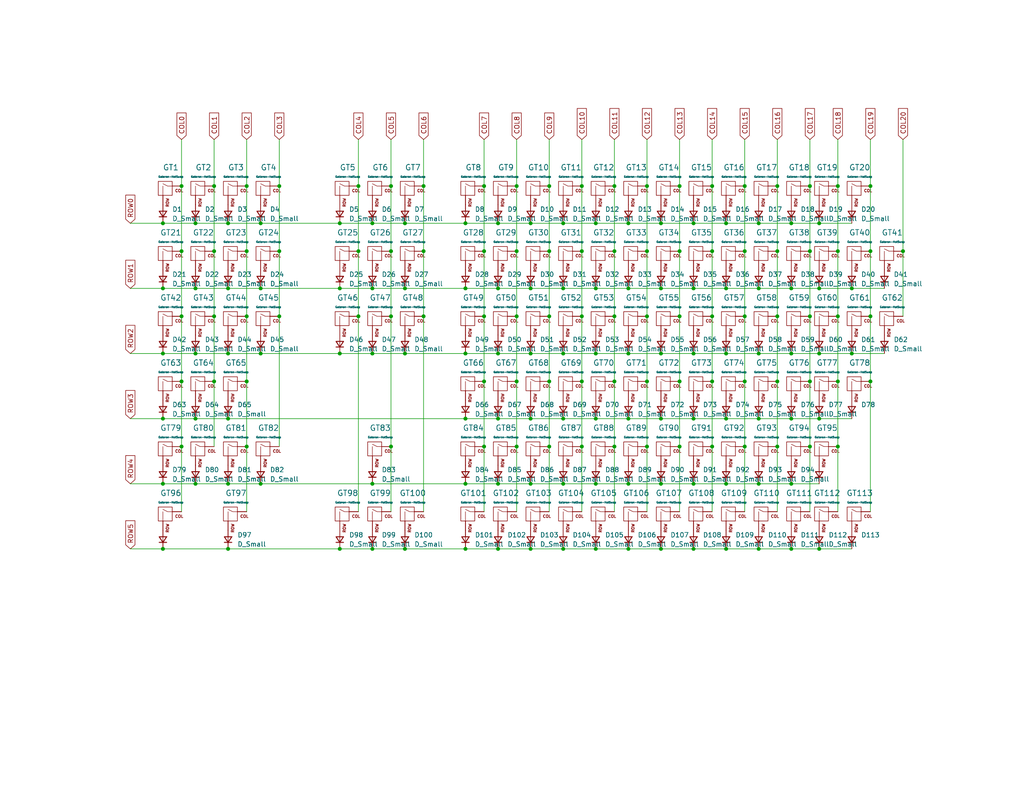
<source format=kicad_sch>
(kicad_sch (version 20231120) (generator "eeschema") (generator_version "8.0")
  (paper "A")
  (junction (at 71.12 132.08))
  (junction (at 220.98 50.8))
  (junction (at 232.41 78.74))
  (junction (at 237.49 86.36))
  (junction (at 212.09 68.58))
  (junction (at 110.49 60.96))
  (junction (at 53.34 78.74))
  (junction (at 127 132.08))
  (junction (at 223.52 96.52))
  (junction (at 132.08 104.14))
  (junction (at 67.31 50.8))
  (junction (at 167.64 86.36))
  (junction (at 194.31 104.14))
  (junction (at 162.56 132.08))
  (junction (at 53.34 114.3))
  (junction (at 110.49 149.86))
  (junction (at 144.78 132.08))
  (junction (at 215.9 96.52))
  (junction (at 101.6 78.74))
  (junction (at 207.01 149.86))
  (junction (at 132.08 50.8))
  (junction (at 101.6 132.08))
  (junction (at 198.12 149.86))
  (junction (at 215.9 78.74))
  (junction (at 158.75 68.58))
  (junction (at 185.42 121.92))
  (junction (at 71.12 78.74))
  (junction (at 132.08 121.92))
  (junction (at 207.01 60.96))
  (junction (at 171.45 114.3))
  (junction (at 189.23 96.52))
  (junction (at 153.67 60.96))
  (junction (at 189.23 60.96))
  (junction (at 194.31 121.92))
  (junction (at 140.97 50.8))
  (junction (at 71.12 60.96))
  (junction (at 162.56 60.96))
  (junction (at 167.64 68.58))
  (junction (at 58.42 68.58))
  (junction (at 92.71 78.74))
  (junction (at 237.49 68.58))
  (junction (at 220.98 104.14))
  (junction (at 149.86 121.92))
  (junction (at 180.34 132.08))
  (junction (at 92.71 149.86))
  (junction (at 127 78.74))
  (junction (at 110.49 78.74))
  (junction (at 101.6 60.96))
  (junction (at 228.6 68.58))
  (junction (at 228.6 86.36))
  (junction (at 185.42 86.36))
  (junction (at 212.09 86.36))
  (junction (at 223.52 78.74))
  (junction (at 97.79 86.36))
  (junction (at 185.42 50.8))
  (junction (at 106.68 50.8))
  (junction (at 171.45 60.96))
  (junction (at 189.23 149.86))
  (junction (at 144.78 96.52))
  (junction (at 106.68 121.92))
  (junction (at 203.2 121.92))
  (junction (at 194.31 50.8))
  (junction (at 171.45 78.74))
  (junction (at 215.9 114.3))
  (junction (at 158.75 86.36))
  (junction (at 176.53 86.36))
  (junction (at 115.57 50.8))
  (junction (at 140.97 86.36))
  (junction (at 158.75 104.14))
  (junction (at 194.31 86.36))
  (junction (at 223.52 149.86))
  (junction (at 92.71 60.96))
  (junction (at 176.53 104.14))
  (junction (at 49.53 68.58))
  (junction (at 180.34 149.86))
  (junction (at 97.79 68.58))
  (junction (at 167.64 121.92))
  (junction (at 53.34 132.08))
  (junction (at 67.31 68.58))
  (junction (at 220.98 86.36))
  (junction (at 140.97 68.58))
  (junction (at 162.56 96.52))
  (junction (at 228.6 104.14))
  (junction (at 106.68 86.36))
  (junction (at 220.98 68.58))
  (junction (at 135.89 114.3))
  (junction (at 180.34 96.52))
  (junction (at 53.34 96.52))
  (junction (at 162.56 114.3))
  (junction (at 62.23 96.52))
  (junction (at 207.01 114.3))
  (junction (at 232.41 96.52))
  (junction (at 167.64 50.8))
  (junction (at 127 114.3))
  (junction (at 212.09 121.92))
  (junction (at 58.42 86.36))
  (junction (at 246.38 68.58))
  (junction (at 101.6 149.86))
  (junction (at 44.45 96.52))
  (junction (at 115.57 68.58))
  (junction (at 101.6 96.52))
  (junction (at 189.23 114.3))
  (junction (at 215.9 60.96))
  (junction (at 207.01 96.52))
  (junction (at 144.78 114.3))
  (junction (at 158.75 121.92))
  (junction (at 228.6 50.8))
  (junction (at 135.89 149.86))
  (junction (at 189.23 132.08))
  (junction (at 220.98 121.92))
  (junction (at 97.79 50.8))
  (junction (at 144.78 149.86))
  (junction (at 162.56 78.74))
  (junction (at 171.45 96.52))
  (junction (at 223.52 60.96))
  (junction (at 185.42 68.58))
  (junction (at 62.23 149.86))
  (junction (at 149.86 86.36))
  (junction (at 228.6 121.92))
  (junction (at 180.34 60.96))
  (junction (at 62.23 132.08))
  (junction (at 207.01 132.08))
  (junction (at 44.45 149.86))
  (junction (at 149.86 104.14))
  (junction (at 212.09 104.14))
  (junction (at 49.53 104.14))
  (junction (at 198.12 78.74))
  (junction (at 49.53 50.8))
  (junction (at 189.23 78.74))
  (junction (at 215.9 132.08))
  (junction (at 185.42 104.14))
  (junction (at 237.49 50.8))
  (junction (at 194.31 68.58))
  (junction (at 49.53 121.92))
  (junction (at 92.71 96.52))
  (junction (at 49.53 86.36))
  (junction (at 153.67 114.3))
  (junction (at 180.34 114.3))
  (junction (at 153.67 132.08))
  (junction (at 176.53 121.92))
  (junction (at 162.56 149.86))
  (junction (at 144.78 78.74))
  (junction (at 62.23 78.74))
  (junction (at 203.2 86.36))
  (junction (at 127 149.86))
  (junction (at 58.42 50.8))
  (junction (at 144.78 60.96))
  (junction (at 135.89 132.08))
  (junction (at 76.2 50.8))
  (junction (at 176.53 68.58))
  (junction (at 140.97 104.14))
  (junction (at 215.9 149.86))
  (junction (at 127 60.96))
  (junction (at 135.89 78.74))
  (junction (at 198.12 132.08))
  (junction (at 115.57 86.36))
  (junction (at 71.12 96.52))
  (junction (at 62.23 60.96))
  (junction (at 212.09 50.8))
  (junction (at 171.45 149.86))
  (junction (at 153.67 149.86))
  (junction (at 67.31 104.14))
  (junction (at 58.42 104.14))
  (junction (at 153.67 96.52))
  (junction (at 53.34 60.96))
  (junction (at 76.2 86.36))
  (junction (at 167.64 104.14))
  (junction (at 127 96.52))
  (junction (at 106.68 68.58))
  (junction (at 67.31 121.92))
  (junction (at 62.23 114.3))
  (junction (at 140.97 121.92))
  (junction (at 171.45 132.08))
  (junction (at 198.12 60.96))
  (junction (at 149.86 50.8))
  (junction (at 203.2 104.14))
  (junction (at 149.86 68.58))
  (junction (at 198.12 114.3))
  (junction (at 135.89 60.96))
  (junction (at 203.2 68.58))
  (junction (at 135.89 96.52))
  (junction (at 44.45 60.96))
  (junction (at 176.53 50.8))
  (junction (at 44.45 114.3))
  (junction (at 207.01 78.74))
  (junction (at 237.49 104.14))
  (junction (at 132.08 86.36))
  (junction (at 44.45 78.74))
  (junction (at 67.31 86.36))
  (junction (at 132.08 68.58))
  (junction (at 110.49 96.52))
  (junction (at 223.52 114.3))
  (junction (at 153.67 78.74))
  (junction (at 198.12 96.52))
  (junction (at 44.45 132.08))
  (junction (at 76.2 68.58))
  (junction (at 180.34 78.74))
  (junction (at 158.75 50.8))
  (junction (at 203.2 50.8))
  (wire (pts (xy 97.79 38.1) (xy 97.79 50.8)))
  (wire (pts (xy 220.98 38.1) (xy 220.98 50.8)))
  (wire (pts (xy 144.78 78.74) (xy 153.67 78.74)))
  (wire (pts (xy 53.34 132.08) (xy 62.23 132.08)))
  (wire (pts (xy 246.38 68.58) (xy 246.38 86.36)))
  (wire (pts (xy 97.79 50.8) (xy 97.79 68.58)))
  (wire (pts (xy 167.64 68.58) (xy 167.64 86.36)))
  (wire (pts (xy 220.98 121.92) (xy 220.98 139.7)))
  (wire (pts (xy 115.57 86.36) (xy 115.57 139.7)))
  (wire (pts (xy 220.98 50.8) (xy 220.98 68.58)))
  (wire (pts (xy 167.64 104.14) (xy 167.64 121.92)))
  (wire (pts (xy 106.68 86.36) (xy 106.68 121.92)))
  (wire (pts (xy 171.45 60.96) (xy 180.34 60.96)))
  (wire (pts (xy 132.08 86.36) (xy 132.08 104.14)))
  (wire (pts (xy 115.57 68.58) (xy 115.57 86.36)))
  (wire (pts (xy 228.6 121.92) (xy 228.6 139.7)))
  (wire (pts (xy 198.12 60.96) (xy 207.01 60.96)))
  (wire (pts (xy 132.08 38.1) (xy 132.08 50.8)))
  (wire (pts (xy 62.23 78.74) (xy 71.12 78.74)))
  (wire (pts (xy 144.78 96.52) (xy 153.67 96.52)))
  (wire (pts (xy 101.6 132.08) (xy 127 132.08)))
  (wire (pts (xy 49.53 104.14) (xy 49.53 121.92)))
  (wire (pts (xy 110.49 78.74) (xy 127 78.74)))
  (wire (pts (xy 194.31 68.58) (xy 194.31 86.36)))
  (wire (pts (xy 185.42 104.14) (xy 185.42 121.92)))
  (wire (pts (xy 215.9 60.96) (xy 223.52 60.96)))
  (wire (pts (xy 180.34 60.96) (xy 189.23 60.96)))
  (wire (pts (xy 44.45 149.86) (xy 62.23 149.86)))
  (wire (pts (xy 135.89 60.96) (xy 144.78 60.96)))
  (wire (pts (xy 176.53 50.8) (xy 176.53 68.58)))
  (wire (pts (xy 153.67 149.86) (xy 162.56 149.86)))
  (wire (pts (xy 194.31 50.8) (xy 194.31 68.58)))
  (wire (pts (xy 92.71 96.52) (xy 101.6 96.52)))
  (wire (pts (xy 49.53 50.8) (xy 49.53 68.58)))
  (wire (pts (xy 223.52 114.3) (xy 232.41 114.3)))
  (wire (pts (xy 194.31 121.92) (xy 194.31 139.7)))
  (wire (pts (xy 223.52 60.96) (xy 232.41 60.96)))
  (wire (pts (xy 180.34 114.3) (xy 189.23 114.3)))
  (wire (pts (xy 220.98 68.58) (xy 220.98 86.36)))
  (wire (pts (xy 198.12 114.3) (xy 207.01 114.3)))
  (wire (pts (xy 228.6 68.58) (xy 228.6 86.36)))
  (wire (pts (xy 162.56 78.74) (xy 171.45 78.74)))
  (wire (pts (xy 158.75 38.1) (xy 158.75 50.8)))
  (wire (pts (xy 101.6 78.74) (xy 110.49 78.74)))
  (wire (pts (xy 71.12 78.74) (xy 92.71 78.74)))
  (wire (pts (xy 110.49 96.52) (xy 127 96.52)))
  (wire (pts (xy 149.86 121.92) (xy 149.86 139.7)))
  (wire (pts (xy 135.89 114.3) (xy 144.78 114.3)))
  (wire (pts (xy 237.49 50.8) (xy 237.49 68.58)))
  (wire (pts (xy 71.12 60.96) (xy 92.71 60.96)))
  (wire (pts (xy 207.01 132.08) (xy 215.9 132.08)))
  (wire (pts (xy 58.42 104.14) (xy 58.42 121.92)))
  (wire (pts (xy 44.45 96.52) (xy 53.34 96.52)))
  (wire (pts (xy 189.23 114.3) (xy 198.12 114.3)))
  (wire (pts (xy 207.01 114.3) (xy 215.9 114.3)))
  (wire (pts (xy 171.45 132.08) (xy 180.34 132.08)))
  (wire (pts (xy 203.2 38.1) (xy 203.2 50.8)))
  (wire (pts (xy 53.34 60.96) (xy 62.23 60.96)))
  (wire (pts (xy 127 132.08) (xy 135.89 132.08)))
  (wire (pts (xy 67.31 121.92) (xy 67.31 139.7)))
  (wire (pts (xy 149.86 38.1) (xy 149.86 50.8)))
  (wire (pts (xy 67.31 104.14) (xy 67.31 121.92)))
  (wire (pts (xy 198.12 149.86) (xy 207.01 149.86)))
  (wire (pts (xy 76.2 68.58) (xy 76.2 86.36)))
  (wire (pts (xy 149.86 104.14) (xy 149.86 121.92)))
  (wire (pts (xy 198.12 132.08) (xy 207.01 132.08)))
  (wire (pts (xy 149.86 86.36) (xy 149.86 104.14)))
  (wire (pts (xy 132.08 121.92) (xy 132.08 139.7)))
  (wire (pts (xy 153.67 78.74) (xy 162.56 78.74)))
  (wire (pts (xy 92.71 60.96) (xy 101.6 60.96)))
  (wire (pts (xy 44.45 78.74) (xy 53.34 78.74)))
  (wire (pts (xy 228.6 104.14) (xy 228.6 121.92)))
  (wire (pts (xy 228.6 38.1) (xy 228.6 50.8)))
  (wire (pts (xy 203.2 104.14) (xy 203.2 121.92)))
  (wire (pts (xy 162.56 132.08) (xy 171.45 132.08)))
  (wire (pts (xy 194.31 86.36) (xy 194.31 104.14)))
  (wire (pts (xy 158.75 104.14) (xy 158.75 121.92)))
  (wire (pts (xy 144.78 114.3) (xy 153.67 114.3)))
  (wire (pts (xy 49.53 121.92) (xy 49.53 139.7)))
  (wire (pts (xy 203.2 50.8) (xy 203.2 68.58)))
  (wire (pts (xy 106.68 50.8) (xy 106.68 68.58)))
  (wire (pts (xy 171.45 114.3) (xy 180.34 114.3)))
  (wire (pts (xy 212.09 68.58) (xy 212.09 86.36)))
  (wire (pts (xy 135.89 149.86) (xy 144.78 149.86)))
  (wire (pts (xy 180.34 132.08) (xy 189.23 132.08)))
  (wire (pts (xy 228.6 50.8) (xy 228.6 68.58)))
  (wire (pts (xy 162.56 96.52) (xy 171.45 96.52)))
  (wire (pts (xy 207.01 149.86) (xy 215.9 149.86)))
  (wire (pts (xy 215.9 132.08) (xy 223.52 132.08)))
  (wire (pts (xy 158.75 50.8) (xy 158.75 68.58)))
  (wire (pts (xy 135.89 96.52) (xy 144.78 96.52)))
  (wire (pts (xy 58.42 50.8) (xy 58.42 68.58)))
  (wire (pts (xy 110.49 60.96) (xy 127 60.96)))
  (wire (pts (xy 97.79 86.36) (xy 97.79 139.7)))
  (wire (pts (xy 101.6 60.96) (xy 110.49 60.96)))
  (wire (pts (xy 101.6 96.52) (xy 110.49 96.52)))
  (wire (pts (xy 194.31 104.14) (xy 194.31 121.92)))
  (wire (pts (xy 140.97 104.14) (xy 140.97 121.92)))
  (wire (pts (xy 76.2 38.1) (xy 76.2 50.8)))
  (wire (pts (xy 237.49 68.58) (xy 237.49 86.36)))
  (wire (pts (xy 180.34 149.86) (xy 189.23 149.86)))
  (wire (pts (xy 62.23 114.3) (xy 127 114.3)))
  (wire (pts (xy 62.23 96.52) (xy 71.12 96.52)))
  (wire (pts (xy 62.23 60.96) (xy 71.12 60.96)))
  (wire (pts (xy 53.34 114.3) (xy 62.23 114.3)))
  (wire (pts (xy 127 114.3) (xy 135.89 114.3)))
  (wire (pts (xy 97.79 68.58) (xy 97.79 86.36)))
  (wire (pts (xy 140.97 121.92) (xy 140.97 139.7)))
  (wire (pts (xy 101.6 149.86) (xy 110.49 149.86)))
  (wire (pts (xy 212.09 104.14) (xy 212.09 121.92)))
  (wire (pts (xy 237.49 86.36) (xy 237.49 104.14)))
  (wire (pts (xy 144.78 149.86) (xy 153.67 149.86)))
  (wire (pts (xy 71.12 96.52) (xy 92.71 96.52)))
  (wire (pts (xy 49.53 68.58) (xy 49.53 86.36)))
  (wire (pts (xy 135.89 132.08) (xy 144.78 132.08)))
  (wire (pts (xy 207.01 78.74) (xy 215.9 78.74)))
  (wire (pts (xy 212.09 38.1) (xy 212.09 50.8)))
  (wire (pts (xy 35.56 78.74) (xy 44.45 78.74)))
  (wire (pts (xy 67.31 86.36) (xy 67.31 104.14)))
  (wire (pts (xy 110.49 149.86) (xy 127 149.86)))
  (wire (pts (xy 167.64 50.8) (xy 167.64 68.58)))
  (wire (pts (xy 185.42 38.1) (xy 185.42 50.8)))
  (wire (pts (xy 176.53 104.14) (xy 176.53 121.92)))
  (wire (pts (xy 115.57 38.1) (xy 115.57 50.8)))
  (wire (pts (xy 185.42 50.8) (xy 185.42 68.58)))
  (wire (pts (xy 62.23 149.86) (xy 92.71 149.86)))
  (wire (pts (xy 62.23 132.08) (xy 71.12 132.08)))
  (wire (pts (xy 35.56 149.86) (xy 44.45 149.86)))
  (wire (pts (xy 212.09 121.92) (xy 212.09 139.7)))
  (wire (pts (xy 215.9 96.52) (xy 223.52 96.52)))
  (wire (pts (xy 53.34 78.74) (xy 62.23 78.74)))
  (wire (pts (xy 237.49 104.14) (xy 237.49 139.7)))
  (wire (pts (xy 203.2 86.36) (xy 203.2 104.14)))
  (wire (pts (xy 132.08 50.8) (xy 132.08 68.58)))
  (wire (pts (xy 162.56 114.3) (xy 171.45 114.3)))
  (wire (pts (xy 220.98 86.36) (xy 220.98 104.14)))
  (wire (pts (xy 106.68 68.58) (xy 106.68 86.36)))
  (wire (pts (xy 162.56 60.96) (xy 171.45 60.96)))
  (wire (pts (xy 58.42 86.36) (xy 58.42 104.14)))
  (wire (pts (xy 71.12 132.08) (xy 101.6 132.08)))
  (wire (pts (xy 44.45 60.96) (xy 53.34 60.96)))
  (wire (pts (xy 127 149.86) (xy 135.89 149.86)))
  (wire (pts (xy 189.23 78.74) (xy 198.12 78.74)))
  (wire (pts (xy 207.01 96.52) (xy 215.9 96.52)))
  (wire (pts (xy 106.68 38.1) (xy 106.68 50.8)))
  (wire (pts (xy 198.12 78.74) (xy 207.01 78.74)))
  (wire (pts (xy 67.31 68.58) (xy 67.31 86.36)))
  (wire (pts (xy 198.12 96.52) (xy 207.01 96.52)))
  (wire (pts (xy 158.75 68.58) (xy 158.75 86.36)))
  (wire (pts (xy 67.31 38.1) (xy 67.31 50.8)))
  (wire (pts (xy 149.86 68.58) (xy 149.86 86.36)))
  (wire (pts (xy 171.45 96.52) (xy 180.34 96.52)))
  (wire (pts (xy 153.67 114.3) (xy 162.56 114.3)))
  (wire (pts (xy 132.08 104.14) (xy 132.08 121.92)))
  (wire (pts (xy 215.9 149.86) (xy 223.52 149.86)))
  (wire (pts (xy 232.41 96.52) (xy 241.3 96.52)))
  (wire (pts (xy 223.52 149.86) (xy 232.41 149.86)))
  (wire (pts (xy 167.64 86.36) (xy 167.64 104.14)))
  (wire (pts (xy 153.67 96.52) (xy 162.56 96.52)))
  (wire (pts (xy 207.01 60.96) (xy 215.9 60.96)))
  (wire (pts (xy 180.34 78.74) (xy 189.23 78.74)))
  (wire (pts (xy 153.67 132.08) (xy 162.56 132.08)))
  (wire (pts (xy 237.49 38.1) (xy 237.49 50.8)))
  (wire (pts (xy 35.56 114.3) (xy 44.45 114.3)))
  (wire (pts (xy 162.56 149.86) (xy 171.45 149.86)))
  (wire (pts (xy 180.34 96.52) (xy 189.23 96.52)))
  (wire (pts (xy 203.2 68.58) (xy 203.2 86.36)))
  (wire (pts (xy 58.42 38.1) (xy 58.42 50.8)))
  (wire (pts (xy 176.53 121.92) (xy 176.53 139.7)))
  (wire (pts (xy 35.56 60.96) (xy 44.45 60.96)))
  (wire (pts (xy 76.2 86.36) (xy 76.2 121.92)))
  (wire (pts (xy 140.97 86.36) (xy 140.97 104.14)))
  (wire (pts (xy 35.56 132.08) (xy 44.45 132.08)))
  (wire (pts (xy 115.57 50.8) (xy 115.57 68.58)))
  (wire (pts (xy 171.45 78.74) (xy 180.34 78.74)))
  (wire (pts (xy 58.42 68.58) (xy 58.42 86.36)))
  (wire (pts (xy 176.53 38.1) (xy 176.53 50.8)))
  (wire (pts (xy 140.97 38.1) (xy 140.97 50.8)))
  (wire (pts (xy 176.53 86.36) (xy 176.53 104.14)))
  (wire (pts (xy 76.2 50.8) (xy 76.2 68.58)))
  (wire (pts (xy 106.68 121.92) (xy 106.68 139.7)))
  (wire (pts (xy 53.34 96.52) (xy 62.23 96.52)))
  (wire (pts (xy 44.45 114.3) (xy 53.34 114.3)))
  (wire (pts (xy 140.97 50.8) (xy 140.97 68.58)))
  (wire (pts (xy 176.53 68.58) (xy 176.53 86.36)))
  (wire (pts (xy 140.97 68.58) (xy 140.97 86.36)))
  (wire (pts (xy 158.75 86.36) (xy 158.75 104.14)))
  (wire (pts (xy 149.86 50.8) (xy 149.86 68.58)))
  (wire (pts (xy 194.31 38.1) (xy 194.31 50.8)))
  (wire (pts (xy 189.23 149.86) (xy 198.12 149.86)))
  (wire (pts (xy 92.71 149.86) (xy 101.6 149.86)))
  (wire (pts (xy 127 78.74) (xy 135.89 78.74)))
  (wire (pts (xy 212.09 86.36) (xy 212.09 104.14)))
  (wire (pts (xy 132.08 68.58) (xy 132.08 86.36)))
  (wire (pts (xy 228.6 86.36) (xy 228.6 104.14)))
  (wire (pts (xy 144.78 60.96) (xy 153.67 60.96)))
  (wire (pts (xy 127 96.52) (xy 135.89 96.52)))
  (wire (pts (xy 223.52 96.52) (xy 232.41 96.52)))
  (wire (pts (xy 49.53 38.1) (xy 49.53 50.8)))
  (wire (pts (xy 215.9 78.74) (xy 223.52 78.74)))
  (wire (pts (xy 220.98 104.14) (xy 220.98 121.92)))
  (wire (pts (xy 153.67 60.96) (xy 162.56 60.96)))
  (wire (pts (xy 189.23 132.08) (xy 198.12 132.08)))
  (wire (pts (xy 232.41 78.74) (xy 241.3 78.74)))
  (wire (pts (xy 158.75 121.92) (xy 158.75 139.7)))
  (wire (pts (xy 185.42 86.36) (xy 185.42 104.14)))
  (wire (pts (xy 185.42 68.58) (xy 185.42 86.36)))
  (wire (pts (xy 127 60.96) (xy 135.89 60.96)))
  (wire (pts (xy 44.45 132.08) (xy 53.34 132.08)))
  (wire (pts (xy 215.9 114.3) (xy 223.52 114.3)))
  (wire (pts (xy 144.78 132.08) (xy 153.67 132.08)))
  (wire (pts (xy 171.45 149.86) (xy 180.34 149.86)))
  (wire (pts (xy 135.89 78.74) (xy 144.78 78.74)))
  (wire (pts (xy 203.2 121.92) (xy 203.2 139.7)))
  (wire (pts (xy 35.56 96.52) (xy 44.45 96.52)))
  (wire (pts (xy 49.53 86.36) (xy 49.53 104.14)))
  (wire (pts (xy 92.71 78.74) (xy 101.6 78.74)))
  (wire (pts (xy 223.52 78.74) (xy 232.41 78.74)))
  (wire (pts (xy 185.42 121.92) (xy 185.42 139.7)))
  (wire (pts (xy 212.09 50.8) (xy 212.09 68.58)))
  (wire (pts (xy 246.38 38.1) (xy 246.38 68.58)))
  (wire (pts (xy 189.23 96.52) (xy 198.12 96.52)))
  (wire (pts (xy 189.23 60.96) (xy 198.12 60.96)))
  (wire (pts (xy 67.31 50.8) (xy 67.31 68.58)))
  (wire (pts (xy 167.64 121.92) (xy 167.64 139.7)))
  (wire (pts (xy 167.64 38.1) (xy 167.64 50.8)))
  (global_label "COL17" (shape input) (at 220.98 38.1 90) (property "Intersheetrefs" "${INTERSHEET_REFS}" (effects (hide yes))))
  (global_label "COL6" (shape input) (at 115.57 38.1 90) (property "Intersheetrefs" "${INTERSHEET_REFS}" (effects (hide yes))))
  (global_label "COL2" (shape input) (at 67.31 38.1 90) (property "Intersheetrefs" "${INTERSHEET_REFS}" (effects (hide yes))))
  (global_label "ROW5" (shape input) (at 35.56 149.86 90) (property "Intersheetrefs" "${INTERSHEET_REFS}" (effects (hide yes))))
  (global_label "ROW1" (shape input) (at 35.56 78.74 90) (property "Intersheetrefs" "${INTERSHEET_REFS}" (effects (hide yes))))
  (global_label "ROW2" (shape input) (at 35.56 96.52 90) (property "Intersheetrefs" "${INTERSHEET_REFS}" (effects (hide yes))))
  (global_label "COL20" (shape input) (at 246.38 38.1 90) (property "Intersheetrefs" "${INTERSHEET_REFS}" (effects (hide yes))))
  (global_label "COL11" (shape input) (at 167.64 38.1 90) (property "Intersheetrefs" "${INTERSHEET_REFS}" (effects (hide yes))))
  (global_label "COL10" (shape input) (at 158.75 38.1 90) (property "Intersheetrefs" "${INTERSHEET_REFS}" (effects (hide yes))))
  (global_label "COL5" (shape input) (at 106.68 38.1 90) (property "Intersheetrefs" "${INTERSHEET_REFS}" (effects (hide yes))))
  (global_label "COL19" (shape input) (at 237.49 38.1 90) (property "Intersheetrefs" "${INTERSHEET_REFS}" (effects (hide yes))))
  (global_label "ROW4" (shape input) (at 35.56 132.08 90) (property "Intersheetrefs" "${INTERSHEET_REFS}" (effects (hide yes))))
  (global_label "COL9" (shape input) (at 149.86 38.1 90) (property "Intersheetrefs" "${INTERSHEET_REFS}" (effects (hide yes))))
  (global_label "COL12" (shape input) (at 176.53 38.1 90) (property "Intersheetrefs" "${INTERSHEET_REFS}" (effects (hide yes))))
  (global_label "COL7" (shape input) (at 132.08 38.1 90) (property "Intersheetrefs" "${INTERSHEET_REFS}" (effects (hide yes))))
  (global_label "COL14" (shape input) (at 194.31 38.1 90) (property "Intersheetrefs" "${INTERSHEET_REFS}" (effects (hide yes))))
  (global_label "COL1" (shape input) (at 58.42 38.1 90) (property "Intersheetrefs" "${INTERSHEET_REFS}" (effects (hide yes))))
  (global_label "COL16" (shape input) (at 212.09 38.1 90) (property "Intersheetrefs" "${INTERSHEET_REFS}" (effects (hide yes))))
  (global_label "COL4" (shape input) (at 97.79 38.1 90) (property "Intersheetrefs" "${INTERSHEET_REFS}" (effects (hide yes))))
  (global_label "COL8" (shape input) (at 140.97 38.1 90) (property "Intersheetrefs" "${INTERSHEET_REFS}" (effects (hide yes))))
  (global_label "COL3" (shape input) (at 76.2 38.1 90) (property "Intersheetrefs" "${INTERSHEET_REFS}" (effects (hide yes))))
  (global_label "ROW3" (shape input) (at 35.56 114.3 90) (property "Intersheetrefs" "${INTERSHEET_REFS}" (effects (hide yes))))
  (global_label "ROW0" (shape input) (at 35.56 60.96 90) (property "Intersheetrefs" "${INTERSHEET_REFS}" (effects (hide yes))))
  (global_label "COL18" (shape input) (at 228.6 38.1 90) (property "Intersheetrefs" "${INTERSHEET_REFS}" (effects (hide yes))))
  (global_label "COL0" (shape input) (at 49.53 38.1 90) (property "Intersheetrefs" "${INTERSHEET_REFS}" (effects (hide yes))))
  (global_label "COL15" (shape input) (at 203.2 38.1 90) (property "Intersheetrefs" "${INTERSHEET_REFS}" (effects (hide yes))))
  (global_label "COL13" (shape input) (at 185.42 38.1 90) (property "Intersheetrefs" "${INTERSHEET_REFS}" (effects (hide yes))))
  (symbol (lib_id "Device:D_Small") (at 53.34 93.98 90) (unit 1)
    (property "Reference" "D43" (at 55.88 92.7099 90) (effects (justify right)))
    (property "Value" "D_Small" (at 55.88 95.2499 90) (effects (justify right)))
    (property "Footprint" "my-footprints:D_SOD-123-Pretty-symbol" (effects (hide yes)))
    (property "Description" "Diode, small symbol" (effects (hide yes)))
    (property "Sim.Device" "D" (effects (hide yes)))
    (property "Sim.Pins" "1=K 2=A" (effects (hide yes)))
  )
  (symbol (lib_id "my-symbols:Gateron-HotSwap") (at 224.79 140.97 0) (unit 1)
    (property "Reference" "GT112" (at 225.6852 134.62 0) (effects (font (size 1.524 1.524))))
    (property "Value" "Gateron-HotSwap" (at 225.6852 137.16 0) (effects (font (size 0.508 0.508))))
    (property "Footprint" "key-switches:SW_Gateron_LowProfile_HotSwap_PTH" (effects (hide yes)))
  )
  (symbol (lib_id "my-symbols:Gateron-HotSwap") (at 128.27 52.07 0) (unit 1)
    (property "Reference" "GT8" (at 129.1652 45.72 0) (effects (font (size 1.524 1.524))))
    (property "Value" "Gateron-HotSwap" (at 129.1652 48.26 0) (effects (font (size 0.508 0.508))))
    (property "Footprint" "key-switches:SW_Gateron_LowProfile_HotSwap_PTH" (effects (hide yes)))
  )
  (symbol (lib_id "my-symbols:Gateron-HotSwap") (at 190.5 87.63 0) (unit 1)
    (property "Reference" "GT56" (at 191.3952 81.28 0) (effects (font (size 1.524 1.524))))
    (property "Value" "Gateron-HotSwap" (at 191.3952 83.82 0) (effects (font (size 0.508 0.508))))
    (property "Footprint" "key-switches:SW_Gateron_LowProfile_HotSwap_PTH" (effects (hide yes)))
  )
  (symbol (lib_id "my-symbols:Gateron-HotSwap") (at 163.83 87.63 0) (unit 1)
    (property "Reference" "GT53" (at 164.7252 81.28 0) (effects (font (size 1.524 1.524))))
    (property "Value" "Gateron-HotSwap" (at 164.7252 83.82 0) (effects (font (size 0.508 0.508))))
    (property "Footprint" "key-switches:SW_Gateron_LowProfile_HotSwap_PTH" (effects (hide yes)))
  )
  (symbol (lib_id "Device:D_Small") (at 144.78 58.42 90) (unit 1)
    (property "Reference" "D10" (at 147.32 57.1499 90) (effects (justify right)))
    (property "Value" "D_Small" (at 147.32 59.6899 90) (effects (justify right)))
    (property "Footprint" "my-footprints:D_SOD-123-Pretty-symbol" (effects (hide yes)))
    (property "Description" "Diode, small symbol" (effects (hide yes)))
    (property "Sim.Device" "D" (effects (hide yes)))
    (property "Sim.Pins" "1=K 2=A" (effects (hide yes)))
  )
  (symbol (lib_id "my-symbols:Gateron-HotSwap") (at 242.57 69.85 0) (unit 1)
    (property "Reference" "GT41" (at 243.4652 63.5 0) (effects (font (size 1.524 1.524))))
    (property "Value" "Gateron-HotSwap" (at 243.4652 66.04 0) (effects (font (size 0.508 0.508))))
    (property "Footprint" "key-switches:SW_Gateron_LowProfile_HotSwap_PTH" (effects (hide yes)))
  )
  (symbol (lib_id "my-symbols:Gateron-HotSwap") (at 233.68 69.85 0) (unit 1)
    (property "Reference" "GT40" (at 234.5752 63.5 0) (effects (font (size 1.524 1.524))))
    (property "Value" "Gateron-HotSwap" (at 234.5752 66.04 0) (effects (font (size 0.508 0.508))))
    (property "Footprint" "key-switches:SW_Gateron_LowProfile_HotSwap_PTH" (effects (hide yes)))
  )
  (symbol (lib_id "my-symbols:Gateron-HotSwap") (at 224.79 52.07 0) (unit 1)
    (property "Reference" "GT19" (at 225.6852 45.72 0) (effects (font (size 1.524 1.524))))
    (property "Value" "Gateron-HotSwap" (at 225.6852 48.26 0) (effects (font (size 0.508 0.508))))
    (property "Footprint" "key-switches:SW_Gateron_LowProfile_HotSwap_PTH" (effects (hide yes)))
  )
  (symbol (lib_id "my-symbols:Gateron-HotSwap") (at 172.72 105.41 0) (unit 1)
    (property "Reference" "GT71" (at 173.6152 99.06 0) (effects (font (size 1.524 1.524))))
    (property "Value" "Gateron-HotSwap" (at 173.6152 101.6 0) (effects (font (size 0.508 0.508))))
    (property "Footprint" "key-switches:SW_Gateron_LowProfile_HotSwap_PTH" (effects (hide yes)))
  )
  (symbol (lib_id "Device:D_Small") (at 232.41 93.98 90) (unit 1)
    (property "Reference" "D61" (at 234.95 92.7099 90) (effects (justify right)))
    (property "Value" "D_Small" (at 234.95 95.2499 90) (effects (justify right)))
    (property "Footprint" "my-footprints:D_SOD-123-Pretty-symbol" (effects (hide yes)))
    (property "Description" "Diode, small symbol" (effects (hide yes)))
    (property "Sim.Device" "D" (effects (hide yes)))
    (property "Sim.Pins" "1=K 2=A" (effects (hide yes)))
  )
  (symbol (lib_id "Device:D_Small") (at 127 76.2 90) (unit 1)
    (property "Reference" "D28" (at 129.54 74.9299 90) (effects (justify right)))
    (property "Value" "D_Small" (at 129.54 77.4699 90) (effects (justify right)))
    (property "Footprint" "my-footprints:D_SOD-123-Pretty-symbol" (effects (hide yes)))
    (property "Description" "Diode, small symbol" (effects (hide yes)))
    (property "Sim.Device" "D" (effects (hide yes)))
    (property "Sim.Pins" "1=K 2=A" (effects (hide yes)))
  )
  (symbol (lib_id "Device:D_Small") (at 189.23 147.32 90) (unit 1)
    (property "Reference" "D108" (at 191.77 146.0499 90) (effects (justify right)))
    (property "Value" "D_Small" (at 191.77 148.5899 90) (effects (justify right)))
    (property "Footprint" "my-footprints:D_SOD-123-Pretty-symbol" (effects (hide yes)))
    (property "Description" "Diode, small symbol" (effects (hide yes)))
    (property "Sim.Device" "D" (effects (hide yes)))
    (property "Sim.Pins" "1=K 2=A" (effects (hide yes)))
  )
  (symbol (lib_id "my-symbols:Gateron-HotSwap") (at 146.05 87.63 0) (unit 1)
    (property "Reference" "GT51" (at 146.9452 81.28 0) (effects (font (size 1.524 1.524))))
    (property "Value" "Gateron-HotSwap" (at 146.9452 83.82 0) (effects (font (size 0.508 0.508))))
    (property "Footprint" "key-switches:SW_Gateron_LowProfile_HotSwap_PTH" (effects (hide yes)))
  )
  (symbol (lib_id "Device:D_Small") (at 198.12 93.98 90) (unit 1)
    (property "Reference" "D57" (at 200.66 92.7099 90) (effects (justify right)))
    (property "Value" "D_Small" (at 200.66 95.2499 90) (effects (justify right)))
    (property "Footprint" "my-footprints:D_SOD-123-Pretty-symbol" (effects (hide yes)))
    (property "Description" "Diode, small symbol" (effects (hide yes)))
    (property "Sim.Device" "D" (effects (hide yes)))
    (property "Sim.Pins" "1=K 2=A" (effects (hide yes)))
  )
  (symbol (lib_id "Device:D_Small") (at 180.34 147.32 90) (unit 1)
    (property "Reference" "D107" (at 182.88 146.0499 90) (effects (justify right)))
    (property "Value" "D_Small" (at 182.88 148.5899 90) (effects (justify right)))
    (property "Footprint" "my-footprints:D_SOD-123-Pretty-symbol" (effects (hide yes)))
    (property "Description" "Diode, small symbol" (effects (hide yes)))
    (property "Sim.Device" "D" (effects (hide yes)))
    (property "Sim.Pins" "1=K 2=A" (effects (hide yes)))
  )
  (symbol (lib_id "Device:D_Small") (at 207.01 76.2 90) (unit 1)
    (property "Reference" "D37" (at 209.55 74.9299 90) (effects (justify right)))
    (property "Value" "D_Small" (at 209.55 77.4699 90) (effects (justify right)))
    (property "Footprint" "my-footprints:D_SOD-123-Pretty-symbol" (effects (hide yes)))
    (property "Description" "Diode, small symbol" (effects (hide yes)))
    (property "Sim.Device" "D" (effects (hide yes)))
    (property "Sim.Pins" "1=K 2=A" (effects (hide yes)))
  )
  (symbol (lib_id "Device:D_Small") (at 223.52 93.98 90) (unit 1)
    (property "Reference" "D60" (at 226.06 92.7099 90) (effects (justify right)))
    (property "Value" "D_Small" (at 226.06 95.2499 90) (effects (justify right)))
    (property "Footprint" "my-footprints:D_SOD-123-Pretty-symbol" (effects (hide yes)))
    (property "Description" "Diode, small symbol" (effects (hide yes)))
    (property "Sim.Device" "D" (effects (hide yes)))
    (property "Sim.Pins" "1=K 2=A" (effects (hide yes)))
  )
  (symbol (lib_id "Device:D_Small") (at 189.23 129.54 90) (unit 1)
    (property "Reference" "D91" (at 191.77 128.2699 90) (effects (justify right)))
    (property "Value" "D_Small" (at 191.77 130.8099 90) (effects (justify right)))
    (property "Footprint" "my-footprints:D_SOD-123-Pretty-symbol" (effects (hide yes)))
    (property "Description" "Diode, small symbol" (effects (hide yes)))
    (property "Sim.Device" "D" (effects (hide yes)))
    (property "Sim.Pins" "1=K 2=A" (effects (hide yes)))
  )
  (symbol (lib_id "Device:D_Small") (at 127 111.76 90) (unit 1)
    (property "Reference" "D66" (at 129.54 110.4899 90) (effects (justify right)))
    (property "Value" "D_Small" (at 129.54 113.0299 90) (effects (justify right)))
    (property "Footprint" "my-footprints:D_SOD-123-Pretty-symbol" (effects (hide yes)))
    (property "Description" "Diode, small symbol" (effects (hide yes)))
    (property "Sim.Device" "D" (effects (hide yes)))
    (property "Sim.Pins" "1=K 2=A" (effects (hide yes)))
  )
  (symbol (lib_id "my-symbols:Gateron-HotSwap") (at 199.39 52.07 0) (unit 1)
    (property "Reference" "GT16" (at 200.2852 45.72 0) (effects (font (size 1.524 1.524))))
    (property "Value" "Gateron-HotSwap" (at 200.2852 48.26 0) (effects (font (size 0.508 0.508))))
    (property "Footprint" "key-switches:SW_Gateron_LowProfile_HotSwap_PTH" (effects (hide yes)))
  )
  (symbol (lib_id "my-symbols:Gateron-HotSwap") (at 137.16 52.07 0) (unit 1)
    (property "Reference" "GT9" (at 138.0552 45.72 0) (effects (font (size 1.524 1.524))))
    (property "Value" "Gateron-HotSwap" (at 138.0552 48.26 0) (effects (font (size 0.508 0.508))))
    (property "Footprint" "key-switches:SW_Gateron_LowProfile_HotSwap_PTH" (effects (hide yes)))
  )
  (symbol (lib_id "Device:D_Small") (at 232.41 111.76 90) (unit 1)
    (property "Reference" "D78" (at 234.95 110.4899 90) (effects (justify right)))
    (property "Value" "D_Small" (effects (hide yes)))
    (property "Footprint" "my-footprints:D_SOD-123-Pretty-symbol" (effects (hide yes)))
    (property "Description" "Diode, small symbol" (effects (hide yes)))
    (property "Sim.Device" "D" (effects (hide yes)))
    (property "Sim.Pins" "1=K 2=A" (effects (hide yes)))
  )
  (symbol (lib_id "my-symbols:Gateron-HotSwap") (at 208.28 87.63 0) (unit 1)
    (property "Reference" "GT58" (at 209.1752 81.28 0) (effects (font (size 1.524 1.524))))
    (property "Value" "Gateron-HotSwap" (at 209.1752 83.82 0) (effects (font (size 0.508 0.508))))
    (property "Footprint" "key-switches:SW_Gateron_LowProfile_HotSwap_PTH" (effects (hide yes)))
  )
  (symbol (lib_id "Device:D_Small") (at 180.34 76.2 90) (unit 1)
    (property "Reference" "D34" (at 182.88 74.9299 90) (effects (justify right)))
    (property "Value" "D_Small" (at 182.88 77.4699 90) (effects (justify right)))
    (property "Footprint" "my-footprints:D_SOD-123-Pretty-symbol" (effects (hide yes)))
    (property "Description" "Diode, small symbol" (effects (hide yes)))
    (property "Sim.Device" "D" (effects (hide yes)))
    (property "Sim.Pins" "1=K 2=A" (effects (hide yes)))
  )
  (symbol (lib_id "my-symbols:Gateron-HotSwap") (at 190.5 52.07 0) (unit 1)
    (property "Reference" "GT15" (at 191.3952 45.72 0) (effects (font (size 1.524 1.524))))
    (property "Value" "Gateron-HotSwap" (at 191.3952 48.26 0) (effects (font (size 0.508 0.508))))
    (property "Footprint" "key-switches:SW_Gateron_LowProfile_HotSwap_PTH" (effects (hide yes)))
  )
  (symbol (lib_id "my-symbols:Gateron-HotSwap") (at 190.5 123.19 0) (unit 1)
    (property "Reference" "GT91" (at 191.3952 116.84 0) (effects (font (size 1.524 1.524))))
    (property "Value" "Gateron-HotSwap" (at 191.3952 119.38 0) (effects (font (size 0.508 0.508))))
    (property "Footprint" "key-switches:SW_Gateron_LowProfile_HotSwap_PTH" (effects (hide yes)))
  )
  (symbol (lib_id "my-symbols:Gateron-HotSwap") (at 72.39 87.63 0) (unit 1)
    (property "Reference" "GT45" (at 73.2852 81.28 0) (effects (font (size 1.524 1.524))))
    (property "Value" "Gateron-HotSwap" (at 73.2852 83.82 0) (effects (font (size 0.508 0.508))))
    (property "Footprint" "key-switches:SW_Gateron_LowProfile_HotSwap_PTH" (effects (hide yes)))
  )
  (symbol (lib_id "Device:D_Small") (at 135.89 58.42 90) (unit 1)
    (property "Reference" "D9" (at 138.43 57.1499 90) (effects (justify right)))
    (property "Value" "D_Small" (at 138.43 59.6899 90) (effects (justify right)))
    (property "Footprint" "my-footprints:D_SOD-123-Pretty-symbol" (effects (hide yes)))
    (property "Description" "Diode, small symbol" (effects (hide yes)))
    (property "Sim.Device" "D" (effects (hide yes)))
    (property "Sim.Pins" "1=K 2=A" (effects (hide yes)))
  )
  (symbol (lib_id "my-symbols:Gateron-HotSwap") (at 137.16 69.85 0) (unit 1)
    (property "Reference" "GT29" (at 138.0552 63.5 0) (effects (font (size 1.524 1.524))))
    (property "Value" "Gateron-HotSwap" (at 138.0552 66.04 0) (effects (font (size 0.508 0.508))))
    (property "Footprint" "key-switches:SW_Gateron_LowProfile_HotSwap_PTH" (effects (hide yes)))
  )
  (symbol (lib_id "my-symbols:Gateron-HotSwap") (at 45.72 123.19 0) (unit 1)
    (property "Reference" "GT79" (at 46.6152 116.84 0) (effects (font (size 1.524 1.524))))
    (property "Value" "Gateron-HotSwap" (at 46.6152 119.38 0) (effects (font (size 0.508 0.508))))
    (property "Footprint" "key-switches:SW_Gateron_LowProfile_HotSwap_PTH" (effects (hide yes)))
  )
  (symbol (lib_id "my-symbols:Gateron-HotSwap") (at 233.68 52.07 0) (unit 1)
    (property "Reference" "GT20" (at 234.5752 45.72 0) (effects (font (size 1.524 1.524))))
    (property "Value" "Gateron-HotSwap" (at 234.5752 48.26 0) (effects (font (size 0.508 0.508))))
    (property "Footprint" "key-switches:SW_Gateron_LowProfile_HotSwap_PTH" (effects (hide yes)))
  )
  (symbol (lib_id "my-symbols:Gateron-HotSwap") (at 217.17 123.19 0) (unit 1)
    (property "Reference" "GT94" (at 218.0652 116.84 0) (effects (font (size 1.524 1.524))))
    (property "Value" "Gateron-HotSwap" (at 218.0652 119.38 0) (effects (font (size 0.508 0.508))))
    (property "Footprint" "key-switches:SW_Gateron_LowProfile_HotSwap_PTH" (effects (hide yes)))
  )
  (symbol (lib_id "Device:D_Small") (at 153.67 58.42 90) (unit 1)
    (property "Reference" "D11" (at 156.21 57.1499 90) (effects (justify right)))
    (property "Value" "D_Small" (at 156.21 59.6899 90) (effects (justify right)))
    (property "Footprint" "my-footprints:D_SOD-123-Pretty-symbol" (effects (hide yes)))
    (property "Description" "Diode, small symbol" (effects (hide yes)))
    (property "Sim.Device" "D" (effects (hide yes)))
    (property "Sim.Pins" "1=K 2=A" (effects (hide yes)))
  )
  (symbol (lib_id "Device:D_Small") (at 223.52 147.32 90) (unit 1)
    (property "Reference" "D112" (at 226.06 146.0499 90) (effects (justify right)))
    (property "Value" "D_Small" (at 226.06 148.5899 90) (effects (justify right)))
    (property "Footprint" "my-footprints:D_SOD-123-Pretty-symbol" (effects (hide yes)))
    (property "Description" "Diode, small symbol" (effects (hide yes)))
    (property "Sim.Device" "D" (effects (hide yes)))
    (property "Sim.Pins" "1=K 2=A" (effects (hide yes)))
  )
  (symbol (lib_id "Device:D_Small") (at 171.45 111.76 90) (unit 1)
    (property "Reference" "D71" (at 173.99 110.4899 90) (effects (justify right)))
    (property "Value" "D_Small" (at 173.99 113.0299 90) (effects (justify right)))
    (property "Footprint" "my-footprints:D_SOD-123-Pretty-symbol" (effects (hide yes)))
    (property "Description" "Diode, small symbol" (effects (hide yes)))
    (property "Sim.Device" "D" (effects (hide yes)))
    (property "Sim.Pins" "1=K 2=A" (effects (hide yes)))
  )
  (symbol (lib_id "my-symbols:Gateron-HotSwap") (at 154.94 87.63 0) (unit 1)
    (property "Reference" "GT52" (at 155.8352 81.28 0) (effects (font (size 1.524 1.524))))
    (property "Value" "Gateron-HotSwap" (at 155.8352 83.82 0) (effects (font (size 0.508 0.508))))
    (property "Footprint" "key-switches:SW_Gateron_LowProfile_HotSwap_PTH" (effects (hide yes)))
  )
  (symbol (lib_id "my-symbols:Gateron-HotSwap") (at 217.17 105.41 0) (unit 1)
    (property "Reference" "GT76" (at 218.0652 99.06 0) (effects (font (size 1.524 1.524))))
    (property "Value" "Gateron-HotSwap" (at 218.0652 101.6 0) (effects (font (size 0.508 0.508))))
    (property "Footprint" "key-switches:SW_Gateron_LowProfile_HotSwap_PTH" (effects (hide yes)))
  )
  (symbol (lib_id "my-symbols:Gateron-HotSwap") (at 45.72 69.85 0) (unit 1)
    (property "Reference" "GT21" (at 46.6152 63.5 0) (effects (font (size 1.524 1.524))))
    (property "Value" "Gateron-HotSwap" (at 46.6152 66.04 0) (effects (font (size 0.508 0.508))))
    (property "Footprint" "key-switches:SW_Gateron_LowProfile_HotSwap_PTH" (effects (hide yes)))
  )
  (symbol (lib_id "my-symbols:Gateron-HotSwap") (at 63.5 140.97 0) (unit 1)
    (property "Reference" "GT97" (at 64.3952 134.62 0) (effects (font (size 1.524 1.524))))
    (property "Value" "Gateron-HotSwap" (at 64.3952 137.16 0) (effects (font (size 0.508 0.508))))
    (property "Footprint" "key-switches:SW_Gateron_LowProfile_HotSwap_PTH" (effects (hide yes)))
  )
  (symbol (lib_id "my-symbols:Gateron-HotSwap") (at 163.83 105.41 0) (unit 1)
    (property "Reference" "GT70" (at 164.7252 99.06 0) (effects (font (size 1.524 1.524))))
    (property "Value" "Gateron-HotSwap" (at 164.7252 101.6 0) (effects (font (size 0.508 0.508))))
    (property "Footprint" "key-switches:SW_Gateron_LowProfile_HotSwap_PTH" (effects (hide yes)))
  )
  (symbol (lib_id "Device:D_Small") (at 135.89 76.2 90) (unit 1)
    (property "Reference" "D29" (at 138.43 74.9299 90) (effects (justify right)))
    (property "Value" "D_Small" (at 138.43 77.4699 90) (effects (justify right)))
    (property "Footprint" "my-footprints:D_SOD-123-Pretty-symbol" (effects (hide yes)))
    (property "Description" "Diode, small symbol" (effects (hide yes)))
    (property "Sim.Device" "D" (effects (hide yes)))
    (property "Sim.Pins" "1=K 2=A" (effects (hide yes)))
  )
  (symbol (lib_id "my-symbols:Gateron-HotSwap") (at 137.16 87.63 0) (unit 1)
    (property "Reference" "GT50" (at 138.0552 81.28 0) (effects (font (size 1.524 1.524))))
    (property "Value" "Gateron-HotSwap" (at 138.0552 83.82 0) (effects (font (size 0.508 0.508))))
    (property "Footprint" "key-switches:SW_Gateron_LowProfile_HotSwap_PTH" (effects (hide yes)))
  )
  (symbol (lib_id "Device:D_Small") (at 110.49 58.42 90) (unit 1)
    (property "Reference" "D7" (at 113.03 57.1499 90) (effects (justify right)))
    (property "Value" "D_Small" (at 113.03 59.6899 90) (effects (justify right)))
    (property "Footprint" "my-footprints:D_SOD-123-Pretty-symbol" (effects (hide yes)))
    (property "Description" "Diode, small symbol" (effects (hide yes)))
    (property "Sim.Device" "D" (effects (hide yes)))
    (property "Sim.Pins" "1=K 2=A" (effects (hide yes)))
  )
  (symbol (lib_id "Device:D_Small") (at 223.52 76.2 90) (unit 1)
    (property "Reference" "D39" (at 226.06 74.9299 90) (effects (justify right)))
    (property "Value" "D_Small" (at 226.06 77.4699 90) (effects (justify right)))
    (property "Footprint" "my-footprints:D_SOD-123-Pretty-symbol" (effects (hide yes)))
    (property "Description" "Diode, small symbol" (effects (hide yes)))
    (property "Sim.Device" "D" (effects (hide yes)))
    (property "Sim.Pins" "1=K 2=A" (effects (hide yes)))
  )
  (symbol (lib_id "Device:D_Small") (at 101.6 93.98 90) (unit 1)
    (property "Reference" "D47" (at 104.14 92.7099 90) (effects (justify right)))
    (property "Value" "D_Small" (at 104.14 95.2499 90) (effects (justify right)))
    (property "Footprint" "my-footprints:D_SOD-123-Pretty-symbol" (effects (hide yes)))
    (property "Description" "Diode, small symbol" (effects (hide yes)))
    (property "Sim.Device" "D" (effects (hide yes)))
    (property "Sim.Pins" "1=K 2=A" (effects (hide yes)))
  )
  (symbol (lib_id "Device:D_Small") (at 215.9 129.54 90) (unit 1)
    (property "Reference" "D94" (at 218.44 128.2699 90) (effects (justify right)))
    (property "Value" "D_Small" (at 218.44 130.8099 90) (effects (justify right)))
    (property "Footprint" "my-footprints:D_SOD-123-Pretty-symbol" (effects (hide yes)))
    (property "Description" "Diode, small symbol" (effects (hide yes)))
    (property "Sim.Device" "D" (effects (hide yes)))
    (property "Sim.Pins" "1=K 2=A" (effects (hide yes)))
  )
  (symbol (lib_id "Device:D_Small") (at 101.6 76.2 90) (unit 1)
    (property "Reference" "D26" (at 104.14 74.9299 90) (effects (justify right)))
    (property "Value" "D_Small" (at 104.14 77.4699 90) (effects (justify right)))
    (property "Footprint" "my-footprints:D_SOD-123-Pretty-symbol" (effects (hide yes)))
    (property "Description" "Diode, small symbol" (effects (hide yes)))
    (property "Sim.Device" "D" (effects (hide yes)))
    (property "Sim.Pins" "1=K 2=A" (effects (hide yes)))
  )
  (symbol (lib_id "my-symbols:Gateron-HotSwap") (at 208.28 140.97 0) (unit 1)
    (property "Reference" "GT110" (at 209.1752 134.62 0) (effects (font (size 1.524 1.524))))
    (property "Value" "Gateron-HotSwap" (at 209.1752 137.16 0) (effects (font (size 0.508 0.508))))
    (property "Footprint" "key-switches:SW_Gateron_LowProfile_HotSwap_PTH" (effects (hide yes)))
  )
  (symbol (lib_id "my-symbols:Gateron-HotSwap") (at 181.61 123.19 0) (unit 1)
    (property "Reference" "GT90" (at 182.5052 116.84 0) (effects (font (size 1.524 1.524))))
    (property "Value" "Gateron-HotSwap" (at 182.5052 119.38 0) (effects (font (size 0.508 0.508))))
    (property "Footprint" "key-switches:SW_Gateron_LowProfile_HotSwap_PTH" (effects (hide yes)))
  )
  (symbol (lib_id "my-symbols:Gateron-HotSwap") (at 233.68 87.63 0) (unit 1)
    (property "Reference" "GT61" (at 234.5752 81.28 0) (effects (font (size 1.524 1.524))))
    (property "Value" "Gateron-HotSwap" (at 234.5752 83.82 0) (effects (font (size 0.508 0.508))))
    (property "Footprint" "key-switches:SW_Gateron_LowProfile_HotSwap_PTH" (effects (hide yes)))
  )
  (symbol (lib_id "Device:D_Small") (at 127 93.98 90) (unit 1)
    (property "Reference" "D49" (at 129.54 92.7099 90) (effects (justify right)))
    (property "Value" "D_Small" (at 129.54 95.2499 90) (effects (justify right)))
    (property "Footprint" "my-footprints:D_SOD-123-Pretty-symbol" (effects (hide yes)))
    (property "Description" "Diode, small symbol" (effects (hide yes)))
    (property "Sim.Device" "D" (effects (hide yes)))
    (property "Sim.Pins" "1=K 2=A" (effects (hide yes)))
  )
  (symbol (lib_id "my-symbols:Gateron-HotSwap") (at 54.61 123.19 0) (unit 1)
    (property "Reference" "GT80" (at 55.5052 116.84 0) (effects (font (size 1.524 1.524))))
    (property "Value" "Gateron-HotSwap" (at 55.5052 119.38 0) (effects (font (size 0.508 0.508))))
    (property "Footprint" "key-switches:SW_Gateron_LowProfile_HotSwap_PTH" (effects (hide yes)))
  )
  (symbol (lib_id "my-symbols:Gateron-HotSwap") (at 199.39 140.97 0) (unit 1)
    (property "Reference" "GT109" (at 200.2852 134.62 0) (effects (font (size 1.524 1.524))))
    (property "Value" "Gateron-HotSwap" (at 200.2852 137.16 0) (effects (font (size 0.508 0.508))))
    (property "Footprint" "key-switches:SW_Gateron_LowProfile_HotSwap_PTH" (effects (hide yes)))
  )
  (symbol (lib_id "Device:D_Small") (at 71.12 58.42 90) (unit 1)
    (property "Reference" "D4" (at 73.66 57.1499 90) (effects (justify right)))
    (property "Value" "D_Small" (at 73.66 59.6899 90) (effects (justify right)))
    (property "Footprint" "my-footprints:D_SOD-123-Pretty-symbol" (effects (hide yes)))
    (property "Description" "Diode, small symbol" (effects (hide yes)))
    (property "Sim.Device" "D" (effects (hide yes)))
    (property "Sim.Pins" "1=K 2=A" (effects (hide yes)))
  )
  (symbol (lib_id "Device:D_Small") (at 135.89 93.98 90) (unit 1)
    (property "Reference" "D50" (at 138.43 92.7099 90) (effects (justify right)))
    (property "Value" "D_Small" (at 138.43 95.2499 90) (effects (justify right)))
    (property "Footprint" "my-footprints:D_SOD-123-Pretty-symbol" (effects (hide yes)))
    (property "Description" "Diode, small symbol" (effects (hide yes)))
    (property "Sim.Device" "D" (effects (hide yes)))
    (property "Sim.Pins" "1=K 2=A" (effects (hide yes)))
  )
  (symbol (lib_id "my-symbols:Gateron-HotSwap") (at 163.83 52.07 0) (unit 1)
    (property "Reference" "GT12" (at 164.7252 45.72 0) (effects (font (size 1.524 1.524))))
    (property "Value" "Gateron-HotSwap" (at 164.7252 48.26 0) (effects (font (size 0.508 0.508))))
    (property "Footprint" "key-switches:SW_Gateron_LowProfile_HotSwap_PTH" (effects (hide yes)))
  )
  (symbol (lib_id "Device:D_Small") (at 71.12 76.2 90) (unit 1)
    (property "Reference" "D24" (at 73.66 74.9299 90) (effects (justify right)))
    (property "Value" "D_Small" (at 73.66 77.4699 90) (effects (justify right)))
    (property "Footprint" "my-footprints:D_SOD-123-Pretty-symbol" (effects (hide yes)))
    (property "Description" "Diode, small symbol" (effects (hide yes)))
    (property "Sim.Device" "D" (effects (hide yes)))
    (property "Sim.Pins" "1=K 2=A" (effects (hide yes)))
  )
  (symbol (lib_id "Device:D_Small") (at 110.49 76.2 90) (unit 1)
    (property "Reference" "D27" (at 113.03 74.9299 90) (effects (justify right)))
    (property "Value" "D_Small" (at 113.03 77.4699 90) (effects (justify right)))
    (property "Footprint" "my-footprints:D_SOD-123-Pretty-symbol" (effects (hide yes)))
    (property "Description" "Diode, small symbol" (effects (hide yes)))
    (property "Sim.Device" "D" (effects (hide yes)))
    (property "Sim.Pins" "1=K 2=A" (effects (hide yes)))
  )
  (symbol (lib_id "Device:D_Small") (at 144.78 76.2 90) (unit 1)
    (property "Reference" "D30" (at 147.32 74.9299 90) (effects (justify right)))
    (property "Value" "D_Small" (at 147.32 77.4699 90) (effects (justify right)))
    (property "Footprint" "my-footprints:D_SOD-123-Pretty-symbol" (effects (hide yes)))
    (property "Description" "Diode, small symbol" (effects (hide yes)))
    (property "Sim.Device" "D" (effects (hide yes)))
    (property "Sim.Pins" "1=K 2=A" (effects (hide yes)))
  )
  (symbol (lib_id "my-symbols:Gateron-HotSwap") (at 154.94 52.07 0) (unit 1)
    (property "Reference" "GT11" (at 155.8352 45.72 0) (effects (font (size 1.524 1.524))))
    (property "Value" "Gateron-HotSwap" (at 155.8352 48.26 0) (effects (font (size 0.508 0.508))))
    (property "Footprint" "key-switches:SW_Gateron_LowProfile_HotSwap_PTH" (effects (hide yes)))
  )
  (symbol (lib_id "Device:D_Small") (at 241.3 76.2 90) (unit 1)
    (property "Reference" "D41" (at 243.84 74.9299 90) (effects (justify right)))
    (property "Value" "D_Small" (at 243.84 77.4699 90) (effects (justify right)))
    (property "Footprint" "my-footprints:D_SOD-123-Pretty-symbol" (effects (hide yes)))
    (property "Description" "Diode, small symbol" (effects (hide yes)))
    (property "Sim.Device" "D" (effects (hide yes)))
    (property "Sim.Pins" "1=K 2=A" (effects (hide yes)))
  )
  (symbol (lib_id "Device:D_Small") (at 101.6 129.54 90) (unit 1)
    (property "Reference" "D83" (at 104.14 128.2699 90) (effects (justify right)))
    (property "Value" "D_Small" (at 104.14 130.8099 90) (effects (justify right)))
    (property "Footprint" "my-footprints:D_SOD-123-Pretty-symbol" (effects (hide yes)))
    (property "Description" "Diode, small symbol" (effects (hide yes)))
    (property "Sim.Device" "D" (effects (hide yes)))
    (property "Sim.Pins" "1=K 2=A" (effects (hide yes)))
  )
  (symbol (lib_id "my-symbols:Gateron-HotSwap") (at 217.17 69.85 0) (unit 1)
    (property "Reference" "GT38" (at 218.0652 63.5 0) (effects (font (size 1.524 1.524))))
    (property "Value" "Gateron-HotSwap" (at 218.0652 66.04 0) (effects (font (size 0.508 0.508))))
    (property "Footprint" "key-switches:SW_Gateron_LowProfile_HotSwap_PTH" (effects (hide yes)))
  )
  (symbol (lib_id "my-symbols:Gateron-HotSwap") (at 154.94 140.97 0) (unit 1)
    (property "Reference" "GT104" (at 155.8352 134.62 0) (effects (font (size 1.524 1.524))))
    (property "Value" "Gateron-HotSwap" (at 155.8352 137.16 0) (effects (font (size 0.508 0.508))))
    (property "Footprint" "key-switches:SW_Gateron_LowProfile_HotSwap_PTH" (effects (hide yes)))
  )
  (symbol (lib_id "Device:D_Small") (at 232.41 76.2 90) (unit 1)
    (property "Reference" "D40" (at 234.95 74.9299 90) (effects (justify right)))
    (property "Value" "D_Small" (at 234.95 77.4699 90) (effects (justify right)))
    (property "Footprint" "my-footprints:D_SOD-123-Pretty-symbol" (effects (hide yes)))
    (property "Description" "Diode, small symbol" (effects (hide yes)))
    (property "Sim.Device" "D" (effects (hide yes)))
    (property "Sim.Pins" "1=K 2=A" (effects (hide yes)))
  )
  (symbol (lib_id "my-symbols:Gateron-HotSwap") (at 93.98 52.07 0) (unit 1)
    (property "Reference" "GT5" (at 94.8752 45.72 0) (effects (font (size 1.524 1.524))))
    (property "Value" "Gateron-HotSwap" (at 94.8752 48.26 0) (effects (font (size 0.508 0.508))))
    (property "Footprint" "key-switches:SW_Gateron_LowProfile_HotSwap_PTH" (effects (hide yes)))
  )
  (symbol (lib_id "Device:D_Small") (at 171.45 76.2 90) (unit 1)
    (property "Reference" "D33" (at 173.99 74.9299 90) (effects (justify right)))
    (property "Value" "D_Small" (at 173.99 77.4699 90) (effects (justify right)))
    (property "Footprint" "my-footprints:D_SOD-123-Pretty-symbol" (effects (hide yes)))
    (property "Description" "Diode, small symbol" (effects (hide yes)))
    (property "Sim.Device" "D" (effects (hide yes)))
    (property "Sim.Pins" "1=K 2=A" (effects (hide yes)))
  )
  (symbol (lib_id "my-symbols:Gateron-HotSwap") (at 128.27 69.85 0) (unit 1)
    (property "Reference" "GT28" (at 129.1652 63.5 0) (effects (font (size 1.524 1.524))))
    (property "Value" "Gateron-HotSwap" (at 129.1652 66.04 0) (effects (font (size 0.508 0.508))))
    (property "Footprint" "key-switches:SW_Gateron_LowProfile_HotSwap_PTH" (effects (hide yes)))
  )
  (symbol (lib_id "my-symbols:Gateron-HotSwap") (at 154.94 69.85 0) (unit 1)
    (property "Reference" "GT31" (at 155.8352 63.5 0) (effects (font (size 1.524 1.524))))
    (property "Value" "Gateron-HotSwap" (at 155.8352 66.04 0) (effects (font (size 0.508 0.508))))
    (property "Footprint" "key-switches:SW_Gateron_LowProfile_HotSwap_PTH" (effects (hide yes)))
  )
  (symbol (lib_id "Device:D_Small") (at 44.45 58.42 90) (unit 1)
    (property "Reference" "D1" (at 46.99 57.1499 90) (effects (justify right)))
    (property "Value" "D_Small" (at 46.99 59.6899 90) (effects (justify right)))
    (property "Footprint" "my-footprints:D_SOD-123-Pretty-symbol" (effects (hide yes)))
    (property "Description" "Diode, small symbol" (effects (hide yes)))
    (property "Sim.Device" "D" (effects (hide yes)))
    (property "Sim.Pins" "1=K 2=A" (effects (hide yes)))
  )
  (symbol (lib_id "Device:D_Small") (at 153.67 76.2 90) (unit 1)
    (property "Reference" "D31" (at 156.21 74.9299 90) (effects (justify right)))
    (property "Value" "D_Small" (at 156.21 77.4699 90) (effects (justify right)))
    (property "Footprint" "my-footprints:D_SOD-123-Pretty-symbol" (effects (hide yes)))
    (property "Description" "Diode, small symbol" (effects (hide yes)))
    (property "Sim.Device" "D" (effects (hide yes)))
    (property "Sim.Pins" "1=K 2=A" (effects (hide yes)))
  )
  (symbol (lib_id "Device:D_Small") (at 171.45 58.42 90) (unit 1)
    (property "Reference" "D13" (at 173.99 57.1499 90) (effects (justify right)))
    (property "Value" "D_Small" (at 173.99 59.6899 90) (effects (justify right)))
    (property "Footprint" "my-footprints:D_SOD-123-Pretty-symbol" (effects (hide yes)))
    (property "Description" "Diode, small symbol" (effects (hide yes)))
    (property "Sim.Device" "D" (effects (hide yes)))
    (property "Sim.Pins" "1=K 2=A" (effects (hide yes)))
  )
  (symbol (lib_id "my-symbols:Gateron-HotSwap") (at 128.27 140.97 0) (unit 1)
    (property "Reference" "GT101" (at 129.1652 134.62 0) (effects (font (size 1.524 1.524))))
    (property "Value" "Gateron-HotSwap" (at 129.1652 137.16 0) (effects (font (size 0.508 0.508))))
    (property "Footprint" "key-switches:SW_Gateron_LowProfile_HotSwap_PTH" (effects (hide yes)))
  )
  (symbol (lib_id "Device:D_Small") (at 153.67 147.32 90) (unit 1)
    (property "Reference" "D104" (at 156.21 146.0499 90) (effects (justify right)))
    (property "Value" "D_Small" (at 156.21 148.5899 90) (effects (justify right)))
    (property "Footprint" "my-footprints:D_SOD-123-Pretty-symbol" (effects (hide yes)))
    (property "Description" "Diode, small symbol" (effects (hide yes)))
    (property "Sim.Device" "D" (effects (hide yes)))
    (property "Sim.Pins" "1=K 2=A" (effects (hide yes)))
  )
  (symbol (lib_id "Device:D_Small") (at 215.9 93.98 90) (unit 1)
    (property "Reference" "D59" (at 218.44 92.7099 90) (effects (justify right)))
    (property "Value" "D_Small" (at 218.44 95.2499 90) (effects (justify right)))
    (property "Footprint" "my-footprints:D_SOD-123-Pretty-symbol" (effects (hide yes)))
    (property "Description" "Diode, small symbol" (effects (hide yes)))
    (property "Sim.Device" "D" (effects (hide yes)))
    (property "Sim.Pins" "1=K 2=A" (effects (hide yes)))
  )
  (symbol (lib_id "my-symbols:Gateron-HotSwap") (at 93.98 140.97 0) (unit 1)
    (property "Reference" "GT98" (at 94.8752 134.62 0) (effects (font (size 1.524 1.524))))
    (property "Value" "Gateron-HotSwap" (at 94.8752 137.16 0) (effects (font (size 0.508 0.508))))
    (property "Footprint" "key-switches:SW_Gateron_LowProfile_HotSwap_PTH" (effects (hide yes)))
  )
  (symbol (lib_id "my-symbols:Gateron-HotSwap") (at 102.87 123.19 0) (unit 1)
    (property "Reference" "GT83" (at 103.7652 116.84 0) (effects (font (size 1.524 1.524))))
    (property "Value" "Gateron-HotSwap" (at 103.7652 119.38 0) (effects (font (size 0.508 0.508))))
    (property "Footprint" "key-switches:SW_Gateron_LowProfile_HotSwap_PTH" (effects (hide yes)))
  )
  (symbol (lib_id "my-symbols:Gateron-HotSwap") (at 102.87 87.63 0) (unit 1)
    (property "Reference" "GT47" (at 103.7652 81.28 0) (effects (font (size 1.524 1.524))))
    (property "Value" "Gateron-HotSwap" (at 103.7652 83.82 0) (effects (font (size 0.508 0.508))))
    (property "Footprint" "key-switches:SW_Gateron_LowProfile_HotSwap_PTH" (effects (hide yes)))
  )
  (symbol (lib_id "my-symbols:Gateron-HotSwap") (at 163.83 69.85 0) (unit 1)
    (property "Reference" "GT32" (at 164.7252 63.5 0) (effects (font (size 1.524 1.524))))
    (property "Value" "Gateron-HotSwap" (at 164.7252 66.04 0) (effects (font (size 0.508 0.508))))
    (property "Footprint" "key-switches:SW_Gateron_LowProfile_HotSwap_PTH" (effects (hide yes)))
  )
  (symbol (lib_id "Device:D_Small") (at 215.9 111.76 90) (unit 1)
    (property "Reference" "D76" (at 218.44 110.4899 90) (effects (justify right)))
    (property "Value" "D_Small" (at 218.44 113.0299 90) (effects (justify right)))
    (property "Footprint" "my-footprints:D_SOD-123-Pretty-symbol" (effects (hide yes)))
    (property "Description" "Diode, small symbol" (effects (hide yes)))
    (property "Sim.Device" "D" (effects (hide yes)))
    (property "Sim.Pins" "1=K 2=A" (effects (hide yes)))
  )
  (symbol (lib_id "Device:D_Small") (at 92.71 76.2 90) (unit 1)
    (property "Reference" "D25" (at 95.25 74.9299 90) (effects (justify right)))
    (property "Value" "D_Small" (at 95.25 77.4699 90) (effects (justify right)))
    (property "Footprint" "my-footprints:D_SOD-123-Pretty-symbol" (effects (hide yes)))
    (property "Description" "Diode, small symbol" (effects (hide yes)))
    (property "Sim.Device" "D" (effects (hide yes)))
    (property "Sim.Pins" "1=K 2=A" (effects (hide yes)))
  )
  (symbol (lib_id "Device:D_Small") (at 198.12 76.2 90) (unit 1)
    (property "Reference" "D36" (at 200.66 74.9299 90) (effects (justify right)))
    (property "Value" "D_Small" (at 200.66 77.4699 90) (effects (justify right)))
    (property "Footprint" "my-footprints:D_SOD-123-Pretty-symbol" (effects (hide yes)))
    (property "Description" "Diode, small symbol" (effects (hide yes)))
    (property "Sim.Device" "D" (effects (hide yes)))
    (property "Sim.Pins" "1=K 2=A" (effects (hide yes)))
  )
  (symbol (lib_id "Device:D_Small") (at 153.67 129.54 90) (unit 1)
    (property "Reference" "D87" (at 156.21 128.2699 90) (effects (justify right)))
    (property "Value" "D_Small" (at 156.21 130.8099 90) (effects (justify right)))
    (property "Footprint" "my-footprints:D_SOD-123-Pretty-symbol" (effects (hide yes)))
    (property "Description" "Diode, small symbol" (effects (hide yes)))
    (property "Sim.Device" "D" (effects (hide yes)))
    (property "Sim.Pins" "1=K 2=A" (effects (hide yes)))
  )
  (symbol (lib_id "my-symbols:Gateron-HotSwap") (at 63.5 105.41 0) (unit 1)
    (property "Reference" "GT65" (at 64.3952 99.06 0) (effects (font (size 1.524 1.524))))
    (property "Value" "Gateron-HotSwap" (at 64.3952 101.6 0) (effects (font (size 0.508 0.508))))
    (property "Footprint" "key-switches:SW_Gateron_LowProfile_HotSwap_PTH" (effects (hide yes)))
  )
  (symbol (lib_id "Device:D_Small") (at 215.9 58.42 90) (unit 1)
    (property "Reference" "D18" (at 218.44 57.1499 90) (effects (justify right)))
    (property "Value" "D_Small" (at 218.44 59.6899 90) (effects (justify right)))
    (property "Footprint" "my-footprints:D_SOD-123-Pretty-symbol" (effects (hide yes)))
    (property "Description" "Diode, small symbol" (effects (hide yes)))
    (property "Sim.Device" "D" (effects (hide yes)))
    (property "Sim.Pins" "1=K 2=A" (effects (hide yes)))
  )
  (symbol (lib_id "my-symbols:Gateron-HotSwap") (at 128.27 123.19 0) (unit 1)
    (property "Reference" "GT84" (at 129.1652 116.84 0) (effects (font (size 1.524 1.524))))
    (property "Value" "Gateron-HotSwap" (at 129.1652 119.38 0) (effects (font (size 0.508 0.508))))
    (property "Footprint" "key-switches:SW_Gateron_LowProfile_HotSwap_PTH" (effects (hide yes)))
  )
  (symbol (lib_id "Device:D_Small") (at 162.56 147.32 90) (unit 1)
    (property "Reference" "D105" (at 165.1 146.0499 90) (effects (justify right)))
    (property "Value" "D_Small" (at 165.1 148.5899 90) (effects (justify right)))
    (property "Footprint" "my-footprints:D_SOD-123-Pretty-symbol" (effects (hide yes)))
    (property "Description" "Diode, small symbol" (effects (hide yes)))
    (property "Sim.Device" "D" (effects (hide yes)))
    (property "Sim.Pins" "1=K 2=A" (effects (hide yes)))
  )
  (symbol (lib_id "my-symbols:Gateron-HotSwap") (at 45.72 105.41 0) (unit 1)
    (property "Reference" "GT63" (at 46.6152 99.06 0) (effects (font (size 1.524 1.524))))
    (property "Value" "Gateron-HotSwap" (at 46.6152 101.6 0) (effects (font (size 0.508 0.508))))
    (property "Footprint" "key-switches:SW_Gateron_LowProfile_HotSwap_PTH" (effects (hide yes)))
  )
  (symbol (lib_id "Device:D_Small") (at 207.01 58.42 90) (unit 1)
    (property "Reference" "D17" (at 209.55 57.1499 90) (effects (justify right)))
    (property "Value" "D_Small" (at 209.55 59.6899 90) (effects (justify right)))
    (property "Footprint" "my-footprints:D_SOD-123-Pretty-symbol" (effects (hide yes)))
    (property "Description" "Diode, small symbol" (effects (hide yes)))
    (property "Sim.Device" "D" (effects (hide yes)))
    (property "Sim.Pins" "1=K 2=A" (effects (hide yes)))
  )
  (symbol (lib_id "my-symbols:Gateron-HotSwap") (at 233.68 140.97 0) (unit 1)
    (property "Reference" "GT113" (at 234.5752 134.62 0) (effects (font (size 1.524 1.524))))
    (property "Value" "Gateron-HotSwap" (at 234.5752 137.16 0) (effects (font (size 0.508 0.508))))
    (property "Footprint" "key-switches:SW_Gateron_LowProfile_HotSwap_PTH" (effects (hide yes)))
  )
  (symbol (lib_id "my-symbols:Gateron-HotSwap") (at 181.61 140.97 0) (unit 1)
    (property "Reference" "GT107" (at 182.5052 134.62 0) (effects (font (size 1.524 1.524))))
    (property "Value" "Gateron-HotSwap" (at 182.5052 137.16 0) (effects (font (size 0.508 0.508))))
    (property "Footprint" "key-switches:SW_Gateron_LowProfile_HotSwap_PTH" (effects (hide yes)))
  )
  (symbol (lib_id "my-symbols:Gateron-HotSwap") (at 242.57 87.63 0) (unit 1)
    (property "Reference" "GT62" (at 243.4652 81.28 0) (effects (font (size 1.524 1.524))))
    (property "Value" "Gateron-HotSwap" (at 243.4652 83.82 0) (effects (font (size 0.508 0.508))))
    (property "Footprint" "key-switches:SW_Gateron_LowProfile_HotSwap_PTH" (effects (hide yes)))
  )
  (symbol (lib_id "my-symbols:Gateron-HotSwap") (at 54.61 87.63 0) (unit 1)
    (property "Reference" "GT43" (at 55.5052 81.28 0) (effects (font (size 1.524 1.524))))
    (property "Value" "Gateron-HotSwap" (at 55.5052 83.82 0) (effects (font (size 0.508 0.508))))
    (property "Footprint" "key-switches:SW_Gateron_LowProfile_HotSwap_PTH" (effects (hide yes)))
  )
  (symbol (lib_id "my-symbols:Gateron-HotSwap") (at 146.05 123.19 0) (unit 1)
    (property "Reference" "GT86" (at 146.9452 116.84 0) (effects (font (size 1.524 1.524))))
    (property "Value" "Gateron-HotSwap" (at 146.9452 119.38 0) (effects (font (size 0.508 0.508))))
    (property "Footprint" "key-switches:SW_Gateron_LowProfile_HotSwap_PTH" (effects (hide yes)))
  )
  (symbol (lib_id "my-symbols:Gateron-HotSwap") (at 102.87 140.97 0) (unit 1)
    (property "Reference" "GT99" (at 103.7652 134.62 0) (effects (font (size 1.524 1.524))))
    (property "Value" "Gateron-HotSwap" (at 103.7652 137.16 0) (effects (font (size 0.508 0.508))))
    (property "Footprint" "key-switches:SW_Gateron_LowProfile_HotSwap_PTH" (effects (hide yes)))
  )
  (symbol (lib_id "my-symbols:Gateron-HotSwap") (at 233.68 105.41 0) (unit 1)
    (property "Reference" "GT78" (at 234.5752 99.06 0) (effects (font (size 1.524 1.524))))
    (property "Value" "Gateron-HotSwap" (at 234.5752 101.6 0) (effects (font (size 0.508 0.508))))
    (property "Footprint" "key-switches:SW_Gateron_LowProfile_HotSwap_PTH" (effects (hide yes)))
  )
  (symbol (lib_id "my-symbols:Gateron-HotSwap") (at 45.72 87.63 0) (unit 1)
    (property "Reference" "GT42" (at 46.6152 81.28 0) (effects (font (size 1.524 1.524))))
    (property "Value" "Gateron-HotSwap" (at 46.6152 83.82 0) (effects (font (size 0.508 0.508))))
    (property "Footprint" "key-switches:SW_Gateron_LowProfile_HotSwap_PTH" (effects (hide yes)))
  )
  (symbol (lib_id "my-symbols:Gateron-HotSwap") (at 137.16 140.97 0) (unit 1)
    (property "Reference" "GT102" (at 138.0552 134.62 0) (effects (font (size 1.524 1.524))))
    (property "Value" "Gateron-HotSwap" (at 138.0552 137.16 0) (effects (font (size 0.508 0.508))))
    (property "Footprint" "key-switches:SW_Gateron_LowProfile_HotSwap_PTH" (effects (hide yes)))
  )
  (symbol (lib_id "my-symbols:Gateron-HotSwap") (at 199.39 105.41 0) (unit 1)
    (property "Reference" "GT74" (at 200.2852 99.06 0) (effects (font (size 1.524 1.524))))
    (property "Value" "Gateron-HotSwap" (at 200.2852 101.6 0) (effects (font (size 0.508 0.508))))
    (property "Footprint" "key-switches:SW_Gateron_LowProfile_HotSwap_PTH" (effects (hide yes)))
  )
  (symbol (lib_id "Device:D_Small") (at 44.45 147.32 90) (unit 1)
    (property "Reference" "D96" (effects (hide yes)))
    (property "Value" "D_Small" (effects (hide yes)))
    (property "Footprint" "my-footprints:D_SOD-123-Pretty-symbol" (effects (hide yes)))
    (property "Description" "Diode, small symbol" (effects (hide yes)))
    (property "Sim.Device" "D" (effects (hide yes)))
    (property "Sim.Pins" "1=K 2=A" (effects (hide yes)))
  )
  (symbol (lib_id "my-symbols:Gateron-HotSwap") (at 199.39 69.85 0) (unit 1)
    (property "Reference" "GT36" (at 200.2852 63.5 0) (effects (font (size 1.524 1.524))))
    (property "Value" "Gateron-HotSwap" (at 200.2852 66.04 0) (effects (font (size 0.508 0.508))))
    (property "Footprint" "key-switches:SW_Gateron_LowProfile_HotSwap_PTH" (effects (hide yes)))
  )
  (symbol (lib_id "my-symbols:Gateron-HotSwap") (at 72.39 123.19 0) (unit 1)
    (property "Reference" "GT82" (at 73.2852 116.84 0) (effects (font (size 1.524 1.524))))
    (property "Value" "Gateron-HotSwap" (at 73.2852 119.38 0) (effects (font (size 0.508 0.508))))
    (property "Footprint" "key-switches:SW_Gateron_LowProfile_HotSwap_PTH" (effects (hide yes)))
  )
  (symbol (lib_id "Device:D_Small") (at 198.12 58.42 90) (unit 1)
    (property "Reference" "D16" (at 200.66 57.1499 90) (effects (justify right)))
    (property "Value" "D_Small" (at 200.66 59.6899 90) (effects (justify right)))
    (property "Footprint" "my-footprints:D_SOD-123-Pretty-symbol" (effects (hide yes)))
    (property "Description" "Diode, small symbol" (effects (hide yes)))
    (property "Sim.Device" "D" (effects (hide yes)))
    (property "Sim.Pins" "1=K 2=A" (effects (hide yes)))
  )
  (symbol (lib_id "Device:D_Small") (at 144.78 129.54 90) (unit 1)
    (property "Reference" "D86" (at 147.32 128.2699 90) (effects (justify right)))
    (property "Value" "D_Small" (at 147.32 130.8099 90) (effects (justify right)))
    (property "Footprint" "my-footprints:D_SOD-123-Pretty-symbol" (effects (hide yes)))
    (property "Description" "Diode, small symbol" (effects (hide yes)))
    (property "Sim.Device" "D" (effects (hide yes)))
    (property "Sim.Pins" "1=K 2=A" (effects (hide yes)))
  )
  (symbol (lib_id "my-symbols:Gateron-HotSwap") (at 63.5 87.63 0) (unit 1)
    (property "Reference" "GT44" (at 64.3952 81.28 0) (effects (font (size 1.524 1.524))))
    (property "Value" "Gateron-HotSwap" (at 64.3952 83.82 0) (effects (font (size 0.508 0.508))))
    (property "Footprint" "key-switches:SW_Gateron_LowProfile_HotSwap_PTH" (effects (hide yes)))
  )
  (symbol (lib_id "my-symbols:Gateron-HotSwap") (at 208.28 52.07 0) (unit 1)
    (property "Reference" "GT17" (at 209.1752 45.72 0) (effects (font (size 1.524 1.524))))
    (property "Value" "Gateron-HotSwap" (at 209.1752 48.26 0) (effects (font (size 0.508 0.508))))
    (property "Footprint" "key-switches:SW_Gateron_LowProfile_HotSwap_PTH" (effects (hide yes)))
  )
  (symbol (lib_id "my-symbols:Gateron-HotSwap") (at 172.72 69.85 0) (unit 1)
    (property "Reference" "GT33" (at 173.6152 63.5 0) (effects (font (size 1.524 1.524))))
    (property "Value" "Gateron-HotSwap" (at 173.6152 66.04 0) (effects (font (size 0.508 0.508))))
    (property "Footprint" "key-switches:SW_Gateron_LowProfile_HotSwap_PTH" (effects (hide yes)))
  )
  (symbol (lib_id "Device:D_Small") (at 62.23 58.42 90) (unit 1)
    (property "Reference" "D3" (at 64.77 57.1499 90) (effects (justify right)))
    (property "Value" "D_Small" (at 64.77 59.6899 90) (effects (justify right)))
    (property "Footprint" "my-footprints:D_SOD-123-Pretty-symbol" (effects (hide yes)))
    (property "Description" "Diode, small symbol" (effects (hide yes)))
    (property "Sim.Device" "D" (effects (hide yes)))
    (property "Sim.Pins" "1=K 2=A" (effects (hide yes)))
  )
  (symbol (lib_id "Device:D_Small") (at 198.12 147.32 90) (unit 1)
    (property "Reference" "D109" (at 200.66 146.0499 90) (effects (justify right)))
    (property "Value" "D_Small" (at 200.66 148.5899 90) (effects (justify right)))
    (property "Footprint" "my-footprints:D_SOD-123-Pretty-symbol" (effects (hide yes)))
    (property "Description" "Diode, small symbol" (effects (hide yes)))
    (property "Sim.Device" "D" (effects (hide yes)))
    (property "Sim.Pins" "1=K 2=A" (effects (hide yes)))
  )
  (symbol (lib_id "Device:D_Small") (at 44.45 93.98 90) (unit 1)
    (property "Reference" "D42" (at 46.99 92.7099 90) (effects (justify right)))
    (property "Value" "D_Small" (at 46.99 95.2499 90) (effects (justify right)))
    (property "Footprint" "my-footprints:D_SOD-123-Pretty-symbol" (effects (hide yes)))
    (property "Description" "Diode, small symbol" (effects (hide yes)))
    (property "Sim.Device" "D" (effects (hide yes)))
    (property "Sim.Pins" "1=K 2=A" (effects (hide yes)))
  )
  (symbol (lib_id "Device:D_Small") (at 92.71 58.42 90) (unit 1)
    (property "Reference" "D5" (at 95.25 57.1499 90) (effects (justify right)))
    (property "Value" "D_Small" (at 95.25 59.6899 90) (effects (justify right)))
    (property "Footprint" "my-footprints:D_SOD-123-Pretty-symbol" (effects (hide yes)))
    (property "Description" "Diode, small symbol" (effects (hide yes)))
    (property "Sim.Device" "D" (effects (hide yes)))
    (property "Sim.Pins" "1=K 2=A" (effects (hide yes)))
  )
  (symbol (lib_id "Device:D_Small") (at 62.23 93.98 90) (unit 1)
    (property "Reference" "D44" (at 64.77 92.7099 90) (effects (justify right)))
    (property "Value" "D_Small" (at 64.77 95.2499 90) (effects (justify right)))
    (property "Footprint" "my-footprints:D_SOD-123-Pretty-symbol" (effects (hide yes)))
    (property "Description" "Diode, small symbol" (effects (hide yes)))
    (property "Sim.Device" "D" (effects (hide yes)))
    (property "Sim.Pins" "1=K 2=A" (effects (hide yes)))
  )
  (symbol (lib_id "my-symbols:Gateron-HotSwap") (at 54.61 105.41 0) (unit 1)
    (property "Reference" "GT64" (at 55.5052 99.06 0) (effects (font (size 1.524 1.524))))
    (property "Value" "Gateron-HotSwap" (at 55.5052 101.6 0) (effects (font (size 0.508 0.508))))
    (property "Footprint" "key-switches:SW_Gateron_LowProfile_HotSwap_PTH" (effects (hide yes)))
  )
  (symbol (lib_id "my-symbols:Gateron-HotSwap") (at 224.79 105.41 0) (unit 1)
    (property "Reference" "GT77" (at 225.6852 99.06 0) (effects (font (size 1.524 1.524))))
    (property "Value" "Gateron-HotSwap" (at 225.6852 101.6 0) (effects (font (size 0.508 0.508))))
    (property "Footprint" "key-switches:SW_Gateron_LowProfile_HotSwap_PTH" (effects (hide yes)))
  )
  (symbol (lib_id "my-symbols:Gateron-HotSwap") (at 181.61 52.07 0) (unit 1)
    (property "Reference" "GT14" (at 182.5052 45.72 0) (effects (font (size 1.524 1.524))))
    (property "Value" "Gateron-HotSwap" (at 182.5052 48.26 0) (effects (font (size 0.508 0.508))))
    (property "Footprint" "key-switches:SW_Gateron_LowProfile_HotSwap_PTH" (effects (hide yes)))
  )
  (symbol (lib_id "my-symbols:Gateron-HotSwap") (at 146.05 52.07 0) (unit 1)
    (property "Reference" "GT10" (at 146.9452 45.72 0) (effects (font (size 1.524 1.524))))
    (property "Value" "Gateron-HotSwap" (at 146.9452 48.26 0) (effects (font (size 0.508 0.508))))
    (property "Footprint" "key-switches:SW_Gateron_LowProfile_HotSwap_PTH" (effects (hide yes)))
  )
  (symbol (lib_id "Device:D_Small") (at 180.34 58.42 90) (unit 1)
    (property "Reference" "D14" (at 182.88 57.1499 90) (effects (justify right)))
    (property "Value" "D_Small" (at 182.88 59.6899 90) (effects (justify right)))
    (property "Footprint" "my-footprints:D_SOD-123-Pretty-symbol" (effects (hide yes)))
    (property "Description" "Diode, small symbol" (effects (hide yes)))
    (property "Sim.Device" "D" (effects (hide yes)))
    (property "Sim.Pins" "1=K 2=A" (effects (hide yes)))
  )
  (symbol (lib_id "my-symbols:Gateron-HotSwap") (at 208.28 105.41 0) (unit 1)
    (property "Reference" "GT75" (at 209.1752 99.06 0) (effects (font (size 1.524 1.524))))
    (property "Value" "Gateron-HotSwap" (at 209.1752 101.6 0) (effects (font (size 0.508 0.508))))
    (property "Footprint" "key-switches:SW_Gateron_LowProfile_HotSwap_PTH" (effects (hide yes)))
  )
  (symbol (lib_id "Device:D_Small") (at 92.71 93.98 90) (unit 1)
    (property "Reference" "D46" (at 95.25 92.7099 90) (effects (justify right)))
    (property "Value" "D_Small" (at 95.25 95.2499 90) (effects (justify right)))
    (property "Footprint" "my-footprints:D_SOD-123-Pretty-symbol" (effects (hide yes)))
    (property "Description" "Diode, small symbol" (effects (hide yes)))
    (property "Sim.Device" "D" (effects (hide yes)))
    (property "Sim.Pins" "1=K 2=A" (effects (hide yes)))
  )
  (symbol (lib_id "my-symbols:Gateron-HotSwap") (at 54.61 69.85 0) (unit 1)
    (property "Reference" "GT22" (at 55.5052 63.5 0) (effects (font (size 1.524 1.524))))
    (property "Value" "Gateron-HotSwap" (at 55.5052 66.04 0) (effects (font (size 0.508 0.508))))
    (property "Footprint" "key-switches:SW_Gateron_LowProfile_HotSwap_PTH" (effects (hide yes)))
  )
  (symbol (lib_id "my-symbols:Gateron-HotSwap") (at 54.61 52.07 0) (unit 1)
    (property "Reference" "GT2" (at 55.5052 45.72 0) (effects (font (size 1.524 1.524))))
    (property "Value" "Gateron-HotSwap" (at 55.5052 48.26 0) (effects (font (size 0.508 0.508))))
    (property "Footprint" "key-switches:SW_Gateron_LowProfile_HotSwap_PTH" (effects (hide yes)))
  )
  (symbol (lib_id "Device:D_Small") (at 62.23 111.76 90) (unit 1)
    (property "Reference" "D65" (at 64.77 110.4899 90) (effects (justify right)))
    (property "Value" "D_Small" (at 64.77 113.0299 90) (effects (justify right)))
    (property "Footprint" "my-footprints:D_SOD-123-Pretty-symbol" (effects (hide yes)))
    (property "Description" "Diode, small symbol" (effects (hide yes)))
    (property "Sim.Device" "D" (effects (hide yes)))
    (property "Sim.Pins" "1=K 2=A" (effects (hide yes)))
  )
  (symbol (lib_id "my-symbols:Gateron-HotSwap") (at 217.17 52.07 0) (unit 1)
    (property "Reference" "GT18" (at 218.0652 45.72 0) (effects (font (size 1.524 1.524))))
    (property "Value" "Gateron-HotSwap" (at 218.0652 48.26 0) (effects (font (size 0.508 0.508))))
    (property "Footprint" "key-switches:SW_Gateron_LowProfile_HotSwap_PTH" (effects (hide yes)))
  )
  (symbol (lib_id "my-symbols:Gateron-HotSwap") (at 146.05 140.97 0) (unit 1)
    (property "Reference" "GT103" (at 146.9452 134.62 0) (effects (font (size 1.524 1.524))))
    (property "Value" "Gateron-HotSwap" (at 146.9452 137.16 0) (effects (font (size 0.508 0.508))))
    (property "Footprint" "key-switches:SW_Gateron_LowProfile_HotSwap_PTH" (effects (hide yes)))
  )
  (symbol (lib_id "Device:D_Small") (at 171.45 93.98 90) (unit 1)
    (property "Reference" "D54" (at 173.99 92.7099 90) (effects (justify right)))
    (property "Value" "D_Small" (at 173.99 95.2499 90) (effects (justify right)))
    (property "Footprint" "my-footprints:D_SOD-123-Pretty-symbol" (effects (hide yes)))
    (property "Description" "Diode, small symbol" (effects (hide yes)))
    (property "Sim.Device" "D" (effects (hide yes)))
    (property "Sim.Pins" "1=K 2=A" (effects (hide yes)))
  )
  (symbol (lib_id "Device:D_Small") (at 215.9 76.2 90) (unit 1)
    (property "Reference" "D38" (at 218.44 74.9299 90) (effects (justify right)))
    (property "Value" "D_Small" (at 218.44 77.4699 90) (effects (justify right)))
    (property "Footprint" "my-footprints:D_SOD-123-Pretty-symbol" (effects (hide yes)))
    (property "Description" "Diode, small symbol" (effects (hide yes)))
    (property "Sim.Device" "D" (effects (hide yes)))
    (property "Sim.Pins" "1=K 2=A" (effects (hide yes)))
  )
  (symbol (lib_id "Device:D_Small") (at 207.01 147.32 90) (unit 1)
    (property "Reference" "D110" (at 209.55 146.0499 90) (effects (justify right)))
    (property "Value" "D_Small" (at 209.55 148.5899 90) (effects (justify right)))
    (property "Footprint" "my-footprints:D_SOD-123-Pretty-symbol" (effects (hide yes)))
    (property "Description" "Diode, small symbol" (effects (hide yes)))
    (property "Sim.Device" "D" (effects (hide yes)))
    (property "Sim.Pins" "1=K 2=A" (effects (hide yes)))
  )
  (symbol (lib_id "my-symbols:Gateron-HotSwap") (at 111.76 69.85 0) (unit 1)
    (property "Reference" "GT27" (at 112.6552 63.5 0) (effects (font (size 1.524 1.524))))
    (property "Value" "Gateron-HotSwap" (at 112.6552 66.04 0) (effects (font (size 0.508 0.508))))
    (property "Footprint" "key-switches:SW_Gateron_LowProfile_HotSwap_PTH" (effects (hide yes)))
  )
  (symbol (lib_id "my-symbols:Gateron-HotSwap") (at 208.28 69.85 0) (unit 1)
    (property "Reference" "GT37" (at 209.1752 63.5 0) (effects (font (size 1.524 1.524))))
    (property "Value" "Gateron-HotSwap" (at 209.1752 66.04 0) (effects (font (size 0.508 0.508))))
    (property "Footprint" "key-switches:SW_Gateron_LowProfile_HotSwap_PTH" (effects (hide yes)))
  )
  (symbol (lib_id "Device:D_Small") (at 44.45 76.2 90) (unit 1)
    (property "Reference" "D21" (at 46.99 74.9299 90) (effects (justify right)))
    (property "Value" "D_Small" (at 46.99 77.4699 90) (effects (justify right)))
    (property "Footprint" "my-footprints:D_SOD-123-Pretty-symbol" (effects (hide yes)))
    (property "Description" "Diode, small symbol" (effects (hide yes)))
    (property "Sim.Device" "D" (effects (hide yes)))
    (property "Sim.Pins" "1=K 2=A" (effects (hide yes)))
  )
  (symbol (lib_id "my-symbols:Gateron-HotSwap") (at 172.72 140.97 0) (unit 1)
    (property "Reference" "GT106" (at 173.6152 134.62 0) (effects (font (size 1.524 1.524))))
    (property "Value" "Gateron-HotSwap" (at 173.6152 137.16 0) (effects (font (size 0.508 0.508))))
    (property "Footprint" "key-switches:SW_Gateron_LowProfile_HotSwap_PTH" (effects (hide yes)))
  )
  (symbol (lib_id "Device:D_Small") (at 62.23 76.2 90) (unit 1)
    (property "Reference" "D23" (at 64.77 74.9299 90) (effects (justify right)))
    (property "Value" "D_Small" (at 64.77 77.4699 90) (effects (justify right)))
    (property "Footprint" "my-footprints:D_SOD-123-Pretty-symbol" (effects (hide yes)))
    (property "Description" "Diode, small symbol" (effects (hide yes)))
    (property "Sim.Device" "D" (effects (hide yes)))
    (property "Sim.Pins" "1=K 2=A" (effects (hide yes)))
  )
  (symbol (lib_id "my-symbols:Gateron-HotSwap") (at 45.72 52.07 0) (unit 1)
    (property "Reference" "GT1" (at 46.6152 45.72 0) (effects (font (size 1.524 1.524))))
    (property "Value" "Gateron-HotSwap" (at 46.6152 48.26 0) (effects (font (size 0.508 0.508))))
    (property "Footprint" "key-switches:SW_Gateron_LowProfile_HotSwap_PTH" (effects (hide yes)))
  )
  (symbol (lib_id "Device:D_Small") (at 223.52 129.54 90) (unit 1)
    (property "Reference" "D95" (effects (hide yes)))
    (property "Value" "D_Small" (effects (hide yes)))
    (property "Footprint" "my-footprints:D_SOD-123-Pretty-symbol" (effects (hide yes)))
    (property "Description" "Diode, small symbol" (effects (hide yes)))
    (property "Sim.Device" "D" (effects (hide yes)))
    (property "Sim.Pins" "1=K 2=A" (effects (hide yes)))
  )
  (symbol (lib_id "Device:D_Small") (at 153.67 93.98 90) (unit 1)
    (property "Reference" "D52" (at 156.21 92.7099 90) (effects (justify right)))
    (property "Value" "D_Small" (at 156.21 95.2499 90) (effects (justify right)))
    (property "Footprint" "my-footprints:D_SOD-123-Pretty-symbol" (effects (hide yes)))
    (property "Description" "Diode, small symbol" (effects (hide yes)))
    (property "Sim.Device" "D" (effects (hide yes)))
    (property "Sim.Pins" "1=K 2=A" (effects (hide yes)))
  )
  (symbol (lib_id "my-symbols:Gateron-HotSwap") (at 137.16 105.41 0) (unit 1)
    (property "Reference" "GT67" (at 138.0552 99.06 0) (effects (font (size 1.524 1.524))))
    (property "Value" "Gateron-HotSwap" (at 138.0552 101.6 0) (effects (font (size 0.508 0.508))))
    (property "Footprint" "key-switches:SW_Gateron_LowProfile_HotSwap_PTH" (effects (hide yes)))
  )
  (symbol (lib_id "Device:D_Small") (at 110.49 147.32 90) (unit 1)
    (property "Reference" "D100" (at 113.03 146.0499 90) (effects (justify right)))
    (property "Value" "D_Small" (at 113.03 148.5899 90) (effects (justify right)))
    (property "Footprint" "my-footprints:D_SOD-123-Pretty-symbol" (effects (hide yes)))
    (property "Description" "Diode, small symbol" (effects (hide yes)))
    (property "Sim.Device" "D" (effects (hide yes)))
    (property "Sim.Pins" "1=K 2=A" (effects (hide yes)))
  )
  (symbol (lib_id "Device:D_Small") (at 53.34 111.76 90) (unit 1)
    (property "Reference" "D64" (at 55.88 110.4899 90) (effects (justify right)))
    (property "Value" "D_Small" (at 55.88 113.0299 90) (effects (justify right)))
    (property "Footprint" "my-footprints:D_SOD-123-Pretty-symbol" (effects (hide yes)))
    (property "Description" "Diode, small symbol" (effects (hide yes)))
    (property "Sim.Device" "D" (effects (hide yes)))
    (property "Sim.Pins" "1=K 2=A" (effects (hide yes)))
  )
  (symbol (lib_id "Device:D_Small") (at 232.41 147.32 90) (unit 1)
    (property "Reference" "D113" (at 234.95 146.0499 90) (effects (justify right)))
    (property "Value" "D_Small" (effects (hide yes)))
    (property "Footprint" "my-footprints:D_SOD-123-Pretty-symbol" (effects (hide yes)))
    (property "Description" "Diode, small symbol" (effects (hide yes)))
    (property "Sim.Device" "D" (effects (hide yes)))
    (property "Sim.Pins" "1=K 2=A" (effects (hide yes)))
  )
  (symbol (lib_id "Device:D_Small") (at 223.52 58.42 90) (unit 1)
    (property "Reference" "D19" (at 226.06 57.1499 90) (effects (justify right)))
    (property "Value" "D_Small" (at 226.06 59.6899 90) (effects (justify right)))
    (property "Footprint" "my-footprints:D_SOD-123-Pretty-symbol" (effects (hide yes)))
    (property "Description" "Diode, small symbol" (effects (hide yes)))
    (property "Sim.Device" "D" (effects (hide yes)))
    (property "Sim.Pins" "1=K 2=A" (effects (hide yes)))
  )
  (symbol (lib_id "Device:D_Small") (at 127 147.32 90) (unit 1)
    (property "Reference" "D101" (at 129.54 146.0499 90) (effects (justify right)))
    (property "Value" "D_Small" (at 129.54 148.5899 90) (effects (justify right)))
    (property "Footprint" "my-footprints:D_SOD-123-Pretty-symbol" (effects (hide yes)))
    (property "Description" "Diode, small symbol" (effects (hide yes)))
    (property "Sim.Device" "D" (effects (hide yes)))
    (property "Sim.Pins" "1=K 2=A" (effects (hide yes)))
  )
  (symbol (lib_id "Device:D_Small") (at 189.23 111.76 90) (unit 1)
    (property "Reference" "D73" (at 191.77 110.4899 90) (effects (justify right)))
    (property "Value" "D_Small" (at 191.77 113.0299 90) (effects (justify right)))
    (property "Footprint" "my-footprints:D_SOD-123-Pretty-symbol" (effects (hide yes)))
    (property "Description" "Diode, small symbol" (effects (hide yes)))
    (property "Sim.Device" "D" (effects (hide yes)))
    (property "Sim.Pins" "1=K 2=A" (effects (hide yes)))
  )
  (symbol (lib_id "Device:D_Small") (at 162.56 129.54 90) (unit 1)
    (property "Reference" "D88" (at 165.1 128.2699 90) (effects (justify right)))
    (property "Value" "D_Small" (at 165.1 130.8099 90) (effects (justify right)))
    (property "Footprint" "my-footprints:D_SOD-123-Pretty-symbol" (effects (hide yes)))
    (property "Description" "Diode, small symbol" (effects (hide yes)))
    (property "Sim.Device" "D" (effects (hide yes)))
    (property "Sim.Pins" "1=K 2=A" (effects (hide yes)))
  )
  (symbol (lib_id "my-symbols:Gateron-HotSwap") (at 102.87 69.85 0) (unit 1)
    (property "Reference" "GT26" (at 103.7652 63.5 0) (effects (font (size 1.524 1.524))))
    (property "Value" "Gateron-HotSwap" (at 103.7652 66.04 0) (effects (font (size 0.508 0.508))))
    (property "Footprint" "key-switches:SW_Gateron_LowProfile_HotSwap_PTH" (effects (hide yes)))
  )
  (symbol (lib_id "my-symbols:Gateron-HotSwap") (at 181.61 105.41 0) (unit 1)
    (property "Reference" "GT72" (at 182.5052 99.06 0) (effects (font (size 1.524 1.524))))
    (property "Value" "Gateron-HotSwap" (at 182.5052 101.6 0) (effects (font (size 0.508 0.508))))
    (property "Footprint" "key-switches:SW_Gateron_LowProfile_HotSwap_PTH" (effects (hide yes)))
  )
  (symbol (lib_id "Device:D_Small") (at 53.34 129.54 90) (unit 1)
    (property "Reference" "D80" (at 55.88 128.2699 90) (effects (justify right)))
    (property "Value" "D_Small" (at 55.88 130.8099 90) (effects (justify right)))
    (property "Footprint" "my-footprints:D_SOD-123-Pretty-symbol" (effects (hide yes)))
    (property "Description" "Diode, small symbol" (effects (hide yes)))
    (property "Sim.Device" "D" (effects (hide yes)))
    (property "Sim.Pins" "1=K 2=A" (effects (hide yes)))
  )
  (symbol (lib_id "Device:D_Small") (at 189.23 76.2 90) (unit 1)
    (property "Reference" "D35" (at 191.77 74.9299 90) (effects (justify right)))
    (property "Value" "D_Small" (at 191.77 77.4699 90) (effects (justify right)))
    (property "Footprint" "my-footprints:D_SOD-123-Pretty-symbol" (effects (hide yes)))
    (property "Description" "Diode, small symbol" (effects (hide yes)))
    (property "Sim.Device" "D" (effects (hide yes)))
    (property "Sim.Pins" "1=K 2=A" (effects (hide yes)))
  )
  (symbol (lib_id "Device:D_Small") (at 162.56 93.98 90) (unit 1)
    (property "Reference" "D53" (at 165.1 92.7099 90) (effects (justify right)))
    (property "Value" "D_Small" (at 165.1 95.2499 90) (effects (justify right)))
    (property "Footprint" "my-footprints:D_SOD-123-Pretty-symbol" (effects (hide yes)))
    (property "Description" "Diode, small symbol" (effects (hide yes)))
    (property "Sim.Device" "D" (effects (hide yes)))
    (property "Sim.Pins" "1=K 2=A" (effects (hide yes)))
  )
  (symbol (lib_id "Device:D_Small") (at 144.78 93.98 90) (unit 1)
    (property "Reference" "D51" (at 147.32 92.7099 90) (effects (justify right)))
    (property "Value" "D_Small" (at 147.32 95.2499 90) (effects (justify right)))
    (property "Footprint" "my-footprints:D_SOD-123-Pretty-symbol" (effects (hide yes)))
    (property "Description" "Diode, small symbol" (effects (hide yes)))
    (property "Sim.Device" "D" (effects (hide yes)))
    (property "Sim.Pins" "1=K 2=A" (effects (hide yes)))
  )
  (symbol (lib_id "my-symbols:Gateron-HotSwap") (at 45.72 140.97 0) (unit 1)
    (property "Reference" "GT96" (at 46.6152 134.62 0) (effects (font (size 1.524 1.524))))
    (property "Value" "Gateron-HotSwap" (at 46.6152 137.16 0) (effects (font (size 0.508 0.508))))
    (property "Footprint" "key-switches:SW_Gateron_LowProfile_HotSwap_PTH" (effects (hide yes)))
  )
  (symbol (lib_id "Device:D_Small") (at 71.12 129.54 90) (unit 1)
    (property "Reference" "D82" (at 73.66 128.2699 90) (effects (justify right)))
    (property "Value" "D_Small" (at 73.66 130.8099 90) (effects (justify right)))
    (property "Footprint" "my-footprints:D_SOD-123-Pretty-symbol" (effects (hide yes)))
    (property "Description" "Diode, small symbol" (effects (hide yes)))
    (property "Sim.Device" "D" (effects (hide yes)))
    (property "Sim.Pins" "1=K 2=A" (effects (hide yes)))
  )
  (symbol (lib_id "my-symbols:Gateron-HotSwap") (at 102.87 52.07 0) (unit 1)
    (property "Reference" "GT6" (at 103.7652 45.72 0) (effects (font (size 1.524 1.524))))
    (property "Value" "Gateron-HotSwap" (at 103.7652 48.26 0) (effects (font (size 0.508 0.508))))
    (property "Footprint" "key-switches:SW_Gateron_LowProfile_HotSwap_PTH" (effects (hide yes)))
  )
  (symbol (lib_id "my-symbols:Gateron-HotSwap") (at 93.98 69.85 0) (unit 1)
    (property "Reference" "GT25" (at 94.8752 63.5 0) (effects (font (size 1.524 1.524))))
    (property "Value" "Gateron-HotSwap" (at 94.8752 66.04 0) (effects (font (size 0.508 0.508))))
    (property "Footprint" "key-switches:SW_Gateron_LowProfile_HotSwap_PTH" (effects (hide yes)))
  )
  (symbol (lib_id "Device:D_Small") (at 110.49 93.98 90) (unit 1)
    (property "Reference" "D48" (at 113.03 92.7099 90) (effects (justify right)))
    (property "Value" "D_Small" (at 113.03 95.2499 90) (effects (justify right)))
    (property "Footprint" "my-footprints:D_SOD-123-Pretty-symbol" (effects (hide yes)))
    (property "Description" "Diode, small symbol" (effects (hide yes)))
    (property "Sim.Device" "D" (effects (hide yes)))
    (property "Sim.Pins" "1=K 2=A" (effects (hide yes)))
  )
  (symbol (lib_id "my-symbols:Gateron-HotSwap") (at 190.5 140.97 0) (unit 1)
    (property "Reference" "GT108" (at 191.3952 134.62 0) (effects (font (size 1.524 1.524))))
    (property "Value" "Gateron-HotSwap" (at 191.3952 137.16 0) (effects (font (size 0.508 0.508))))
    (property "Footprint" "key-switches:SW_Gateron_LowProfile_HotSwap_PTH" (effects (hide yes)))
  )
  (symbol (lib_id "my-symbols:Gateron-HotSwap") (at 63.5 69.85 0) (unit 1)
    (property "Reference" "GT23" (at 64.3952 63.5 0) (effects (font (size 1.524 1.524))))
    (property "Value" "Gateron-HotSwap" (at 64.3952 66.04 0) (effects (font (size 0.508 0.508))))
    (property "Footprint" "key-switches:SW_Gateron_LowProfile_HotSwap_PTH" (effects (hide yes)))
  )
  (symbol (lib_id "my-symbols:Gateron-HotSwap") (at 72.39 69.85 0) (unit 1)
    (property "Reference" "GT24" (at 73.2852 63.5 0) (effects (font (size 1.524 1.524))))
    (property "Value" "Gateron-HotSwap" (at 73.2852 66.04 0) (effects (font (size 0.508 0.508))))
    (property "Footprint" "key-switches:SW_Gateron_LowProfile_HotSwap_PTH" (effects (hide yes)))
  )
  (symbol (lib_id "Device:D_Small") (at 144.78 111.76 90) (unit 1)
    (property "Reference" "D68" (at 147.32 110.4899 90) (effects (justify right)))
    (property "Value" "D_Small" (at 147.32 113.0299 90) (effects (justify right)))
    (property "Footprint" "my-footprints:D_SOD-123-Pretty-symbol" (effects (hide yes)))
    (property "Description" "Diode, small symbol" (effects (hide yes)))
    (property "Sim.Device" "D" (effects (hide yes)))
    (property "Sim.Pins" "1=K 2=A" (effects (hide yes)))
  )
  (symbol (lib_id "my-symbols:Gateron-HotSwap") (at 72.39 52.07 0) (unit 1)
    (property "Reference" "GT4" (at 73.2852 45.72 0) (effects (font (size 1.524 1.524))))
    (property "Value" "Gateron-HotSwap" (at 73.2852 48.26 0) (effects (font (size 0.508 0.508))))
    (property "Footprint" "key-switches:SW_Gateron_LowProfile_HotSwap_PTH" (effects (hide yes)))
  )
  (symbol (lib_id "Device:D_Small") (at 180.34 111.76 90) (unit 1)
    (property "Reference" "D72" (at 182.88 110.4899 90) (effects (justify right)))
    (property "Value" "D_Small" (at 182.88 113.0299 90) (effects (justify right)))
    (property "Footprint" "my-footprints:D_SOD-123-Pretty-symbol" (effects (hide yes)))
    (property "Description" "Diode, small symbol" (effects (hide yes)))
    (property "Sim.Device" "D" (effects (hide yes)))
    (property "Sim.Pins" "1=K 2=A" (effects (hide yes)))
  )
  (symbol (lib_id "Device:D_Small") (at 207.01 129.54 90) (unit 1)
    (property "Reference" "D93" (at 209.55 128.2699 90) (effects (justify right)))
    (property "Value" "D_Small" (at 209.55 130.8099 90) (effects (justify right)))
    (property "Footprint" "my-footprints:D_SOD-123-Pretty-symbol" (effects (hide yes)))
    (property "Description" "Diode, small symbol" (effects (hide yes)))
    (property "Sim.Device" "D" (effects (hide yes)))
    (property "Sim.Pins" "1=K 2=A" (effects (hide yes)))
  )
  (symbol (lib_id "my-symbols:Gateron-HotSwap") (at 163.83 123.19 0) (unit 1)
    (property "Reference" "GT88" (at 164.7252 116.84 0) (effects (font (size 1.524 1.524))))
    (property "Value" "Gateron-HotSwap" (at 164.7252 119.38 0) (effects (font (size 0.508 0.508))))
    (property "Footprint" "key-switches:SW_Gateron_LowProfile_HotSwap_PTH" (effects (hide yes)))
  )
  (symbol (lib_id "Device:D_Small") (at 92.71 147.32 90) (unit 1)
    (property "Reference" "D98" (at 95.25 146.0499 90) (effects (justify right)))
    (property "Value" "D_Small" (at 95.25 148.5899 90) (effects (justify right)))
    (property "Footprint" "my-footprints:D_SOD-123-Pretty-symbol" (effects (hide yes)))
    (property "Description" "Diode, small symbol" (effects (hide yes)))
    (property "Sim.Device" "D" (effects (hide yes)))
    (property "Sim.Pins" "1=K 2=A" (effects (hide yes)))
  )
  (symbol (lib_id "Device:D_Small") (at 101.6 58.42 90) (unit 1)
    (property "Reference" "D6" (at 104.14 57.1499 90) (effects (justify right)))
    (property "Value" "D_Small" (at 104.14 59.6899 90) (effects (justify right)))
    (property "Footprint" "my-footprints:D_SOD-123-Pretty-symbol" (effects (hide yes)))
    (property "Description" "Diode, small symbol" (effects (hide yes)))
    (property "Sim.Device" "D" (effects (hide yes)))
    (property "Sim.Pins" "1=K 2=A" (effects (hide yes)))
  )
  (symbol (lib_id "Device:D_Small") (at 232.41 58.42 90) (unit 1)
    (property "Reference" "D20" (at 234.95 57.1499 90) (effects (justify right)))
    (property "Value" "D_Small" (at 234.95 59.6899 90) (effects (justify right)))
    (property "Footprint" "my-footprints:D_SOD-123-Pretty-symbol" (effects (hide yes)))
    (property "Description" "Diode, small symbol" (effects (hide yes)))
    (property "Sim.Device" "D" (effects (hide yes)))
    (property "Sim.Pins" "1=K 2=A" (effects (hide yes)))
  )
  (symbol (lib_id "my-symbols:Gateron-HotSwap") (at 146.05 69.85 0) (unit 1)
    (property "Reference" "GT30" (at 146.9452 63.5 0) (effects (font (size 1.524 1.524))))
    (property "Value" "Gateron-HotSwap" (at 146.9452 66.04 0) (effects (font (size 0.508 0.508))))
    (property "Footprint" "key-switches:SW_Gateron_LowProfile_HotSwap_PTH" (effects (hide yes)))
  )
  (symbol (lib_id "Device:D_Small") (at 53.34 58.42 90) (unit 1)
    (property "Reference" "D2" (at 55.88 57.1499 90) (effects (justify right)))
    (property "Value" "D_Small" (at 55.88 59.6899 90) (effects (justify right)))
    (property "Footprint" "my-footprints:D_SOD-123-Pretty-symbol" (effects (hide yes)))
    (property "Description" "Diode, small symbol" (effects (hide yes)))
    (property "Sim.Device" "D" (effects (hide yes)))
    (property "Sim.Pins" "1=K 2=A" (effects (hide yes)))
  )
  (symbol (lib_id "Device:D_Small") (at 171.45 147.32 90) (unit 1)
    (property "Reference" "D106" (at 173.99 146.0499 90) (effects (justify right)))
    (property "Value" "D_Small" (at 173.99 148.5899 90) (effects (justify right)))
    (property "Footprint" "my-footprints:D_SOD-123-Pretty-symbol" (effects (hide yes)))
    (property "Description" "Diode, small symbol" (effects (hide yes)))
    (property "Sim.Device" "D" (effects (hide yes)))
    (property "Sim.Pins" "1=K 2=A" (effects (hide yes)))
  )
  (symbol (lib_id "Device:D_Small") (at 215.9 147.32 90) (unit 1)
    (property "Reference" "D111" (at 218.44 146.0499 90) (effects (justify right)))
    (property "Value" "D_Small" (at 218.44 148.5899 90) (effects (justify right)))
    (property "Footprint" "my-footprints:D_SOD-123-Pretty-symbol" (effects (hide yes)))
    (property "Description" "Diode, small symbol" (effects (hide yes)))
    (property "Sim.Device" "D" (effects (hide yes)))
    (property "Sim.Pins" "1=K 2=A" (effects (hide yes)))
  )
  (symbol (lib_id "Device:D_Small") (at 71.12 93.98 90) (unit 1)
    (property "Reference" "D45" (at 73.66 92.7099 90) (effects (justify right)))
    (property "Value" "D_Small" (at 73.66 95.2499 90) (effects (justify right)))
    (property "Footprint" "my-footprints:D_SOD-123-Pretty-symbol" (effects (hide yes)))
    (property "Description" "Diode, small symbol" (effects (hide yes)))
    (property "Sim.Device" "D" (effects (hide yes)))
    (property "Sim.Pins" "1=K 2=A" (effects (hide yes)))
  )
  (symbol (lib_id "my-symbols:Gateron-HotSwap") (at 111.76 87.63 0) (unit 1)
    (property "Reference" "GT48" (at 112.6552 81.28 0) (effects (font (size 1.524 1.524))))
    (property "Value" "Gateron-HotSwap" (at 112.6552 83.82 0) (effects (font (size 0.508 0.508))))
    (property "Footprint" "key-switches:SW_Gateron_LowProfile_HotSwap_PTH" (effects (hide yes)))
  )
  (symbol (lib_id "my-symbols:Gateron-HotSwap") (at 172.72 123.19 0) (unit 1)
    (property "Reference" "GT89" (at 173.6152 116.84 0) (effects (font (size 1.524 1.524))))
    (property "Value" "Gateron-HotSwap" (at 173.6152 119.38 0) (effects (font (size 0.508 0.508))))
    (property "Footprint" "key-switches:SW_Gateron_LowProfile_HotSwap_PTH" (effects (hide yes)))
  )
  (symbol (lib_id "Device:D_Small") (at 135.89 129.54 90) (unit 1)
    (property "Reference" "D85" (at 138.43 128.2699 90) (effects (justify right)))
    (property "Value" "D_Small" (at 138.43 130.8099 90) (effects (justify right)))
    (property "Footprint" "my-footprints:D_SOD-123-Pretty-symbol" (effects (hide yes)))
    (property "Description" "Diode, small symbol" (effects (hide yes)))
    (property "Sim.Device" "D" (effects (hide yes)))
    (property "Sim.Pins" "1=K 2=A" (effects (hide yes)))
  )
  (symbol (lib_id "Device:D_Small") (at 207.01 93.98 90) (unit 1)
    (property "Reference" "D58" (at 209.55 92.7099 90) (effects (justify right)))
    (property "Value" "D_Small" (at 209.55 95.2499 90) (effects (justify right)))
    (property "Footprint" "my-footprints:D_SOD-123-Pretty-symbol" (effects (hide yes)))
    (property "Description" "Diode, small symbol" (effects (hide yes)))
    (property "Sim.Device" "D" (effects (hide yes)))
    (property "Sim.Pins" "1=K 2=A" (effects (hide yes)))
  )
  (symbol (lib_id "Device:D_Small") (at 62.23 129.54 90) (unit 1)
    (property "Reference" "D81" (at 64.77 128.2699 90) (effects (justify right)))
    (property "Value" "D_Small" (at 64.77 130.8099 90) (effects (justify right)))
    (property "Footprint" "my-footprints:D_SOD-123-Pretty-symbol" (effects (hide yes)))
    (property "Description" "Diode, small symbol" (effects (hide yes)))
    (property "Sim.Device" "D" (effects (hide yes)))
    (property "Sim.Pins" "1=K 2=A" (effects (hide yes)))
  )
  (symbol (lib_id "my-symbols:Gateron-HotSwap") (at 63.5 123.19 0) (unit 1)
    (property "Reference" "GT81" (at 64.3952 116.84 0) (effects (font (size 1.524 1.524))))
    (property "Value" "Gateron-HotSwap" (at 64.3952 119.38 0) (effects (font (size 0.508 0.508))))
    (property "Footprint" "key-switches:SW_Gateron_LowProfile_HotSwap_PTH" (effects (hide yes)))
  )
  (symbol (lib_id "Device:D_Small") (at 241.3 93.98 90) (unit 1)
    (property "Reference" "D62" (at 243.84 92.7099 90) (effects (justify right)))
    (property "Value" "D_Small" (at 243.84 95.2499 90) (effects (justify right)))
    (property "Footprint" "my-footprints:D_SOD-123-Pretty-symbol" (effects (hide yes)))
    (property "Description" "Diode, small symbol" (effects (hide yes)))
    (property "Sim.Device" "D" (effects (hide yes)))
    (property "Sim.Pins" "1=K 2=A" (effects (hide yes)))
  )
  (symbol (lib_id "my-symbols:Gateron-HotSwap") (at 163.83 140.97 0) (unit 1)
    (property "Reference" "GT105" (at 164.7252 134.62 0) (effects (font (size 1.524 1.524))))
    (property "Value" "Gateron-HotSwap" (at 164.7252 137.16 0) (effects (font (size 0.508 0.508))))
    (property "Footprint" "key-switches:SW_Gateron_LowProfile_HotSwap_PTH" (effects (hide yes)))
  )
  (symbol (lib_id "my-symbols:Gateron-HotSwap") (at 137.16 123.19 0) (unit 1)
    (property "Reference" "GT85" (at 138.0552 116.84 0) (effects (font (size 1.524 1.524))))
    (property "Value" "Gateron-HotSwap" (at 138.0552 119.38 0) (effects (font (size 0.508 0.508))))
    (property "Footprint" "key-switches:SW_Gateron_LowProfile_HotSwap_PTH" (effects (hide yes)))
  )
  (symbol (lib_id "my-symbols:Gateron-HotSwap") (at 181.61 87.63 0) (unit 1)
    (property "Reference" "GT55" (at 182.5052 81.28 0) (effects (font (size 1.524 1.524))))
    (property "Value" "Gateron-HotSwap" (at 182.5052 83.82 0) (effects (font (size 0.508 0.508))))
    (property "Footprint" "key-switches:SW_Gateron_LowProfile_HotSwap_PTH" (effects (hide yes)))
  )
  (symbol (lib_id "Device:D_Small") (at 127 129.54 90) (unit 1)
    (property "Reference" "D84" (at 129.54 128.2699 90) (effects (justify right)))
    (property "Value" "D_Small" (at 129.54 130.8099 90) (effects (justify right)))
    (property "Footprint" "my-footprints:D_SOD-123-Pretty-symbol" (effects (hide yes)))
    (property "Description" "Diode, small symbol" (effects (hide yes)))
    (property "Sim.Device" "D" (effects (hide yes)))
    (property "Sim.Pins" "1=K 2=A" (effects (hide yes)))
  )
  (symbol (lib_id "Device:D_Small") (at 198.12 129.54 90) (unit 1)
    (property "Reference" "D92" (at 200.66 128.2699 90) (effects (justify right)))
    (property "Value" "D_Small" (at 200.66 130.8099 90) (effects (justify right)))
    (property "Footprint" "my-footprints:D_SOD-123-Pretty-symbol" (effects (hide yes)))
    (property "Description" "Diode, small symbol" (effects (hide yes)))
    (property "Sim.Device" "D" (effects (hide yes)))
    (property "Sim.Pins" "1=K 2=A" (effects (hide yes)))
  )
  (symbol (lib_id "Device:D_Small") (at 171.45 129.54 90) (unit 1)
    (property "Reference" "D89" (at 173.99 128.2699 90) (effects (justify right)))
    (property "Value" "D_Small" (at 173.99 130.8099 90) (effects (justify right)))
    (property "Footprint" "my-footprints:D_SOD-123-Pretty-symbol" (effects (hide yes)))
    (property "Description" "Diode, small symbol" (effects (hide yes)))
    (property "Sim.Device" "D" (effects (hide yes)))
    (property "Sim.Pins" "1=K 2=A" (effects (hide yes)))
  )
  (symbol (lib_id "my-symbols:Gateron-HotSwap") (at 154.94 123.19 0) (unit 1)
    (property "Reference" "GT87" (at 155.8352 116.84 0) (effects (font (size 1.524 1.524))))
    (property "Value" "Gateron-HotSwap" (at 155.8352 119.38 0) (effects (font (size 0.508 0.508))))
    (property "Footprint" "key-switches:SW_Gateron_LowProfile_HotSwap_PTH" (effects (hide yes)))
  )
  (symbol (lib_id "my-symbols:Gateron-HotSwap") (at 111.76 140.97 0) (unit 1)
    (property "Reference" "GT100" (at 112.6552 134.62 0) (effects (font (size 1.524 1.524))))
    (property "Value" "Gateron-HotSwap" (at 112.6552 137.16 0) (effects (font (size 0.508 0.508))))
    (property "Footprint" "key-switches:SW_Gateron_LowProfile_HotSwap_PTH" (effects (hide yes)))
  )
  (symbol (lib_id "Device:D_Small") (at 62.23 147.32 90) (unit 1)
    (property "Reference" "D97" (at 64.77 146.0499 90) (effects (justify right)))
    (property "Value" "D_Small" (at 64.77 148.5899 90) (effects (justify right)))
    (property "Footprint" "my-footprints:D_SOD-123-Pretty-symbol" (effects (hide yes)))
    (property "Description" "Diode, small symbol" (effects (hide yes)))
    (property "Sim.Device" "D" (effects (hide yes)))
    (property "Sim.Pins" "1=K 2=A" (effects (hide yes)))
  )
  (symbol (lib_id "my-symbols:Gateron-HotSwap") (at 172.72 87.63 0) (unit 1)
    (property "Reference" "GT54" (at 173.6152 81.28 0) (effects (font (size 1.524 1.524))))
    (property "Value" "Gateron-HotSwap" (at 173.6152 83.82 0) (effects (font (size 0.508 0.508))))
    (property "Footprint" "key-switches:SW_Gateron_LowProfile_HotSwap_PTH" (effects (hide yes)))
  )
  (symbol (lib_id "my-symbols:Gateron-HotSwap") (at 181.61 69.85 0) (unit 1)
    (property "Reference" "GT34" (at 182.5052 63.5 0) (effects (font (size 1.524 1.524))))
    (property "Value" "Gateron-HotSwap" (at 182.5052 66.04 0) (effects (font (size 0.508 0.508))))
    (property "Footprint" "key-switches:SW_Gateron_LowProfile_HotSwap_PTH" (effects (hide yes)))
  )
  (symbol (lib_id "my-symbols:Gateron-HotSwap") (at 190.5 69.85 0) (unit 1)
    (property "Reference" "GT35" (at 191.3952 63.5 0) (effects (font (size 1.524 1.524))))
    (property "Value" "Gateron-HotSwap" (at 191.3952 66.04 0) (effects (font (size 0.508 0.508))))
    (property "Footprint" "key-switches:SW_Gateron_LowProfile_HotSwap_PTH" (effects (hide yes)))
  )
  (symbol (lib_id "Device:D_Small") (at 135.89 147.32 90) (unit 1)
    (property "Reference" "D102" (at 138.43 146.0499 90) (effects (justify right)))
    (property "Value" "D_Small" (at 138.43 148.5899 90) (effects (justify right)))
    (property "Footprint" "my-footprints:D_SOD-123-Pretty-symbol" (effects (hide yes)))
    (property "Description" "Diode, small symbol" (effects (hide yes)))
    (property "Sim.Device" "D" (effects (hide yes)))
    (property "Sim.Pins" "1=K 2=A" (effects (hide yes)))
  )
  (symbol (lib_id "Device:D_Small") (at 223.52 111.76 90) (unit 1)
    (property "Reference" "D77" (at 226.06 110.4899 90) (effects (justify right)))
    (property "Value" "D_Small" (at 226.06 113.0299 90) (effects (justify right)))
    (property "Footprint" "my-footprints:D_SOD-123-Pretty-symbol" (effects (hide yes)))
    (property "Description" "Diode, small symbol" (effects (hide yes)))
    (property "Sim.Device" "D" (effects (hide yes)))
    (property "Sim.Pins" "1=K 2=A" (effects (hide yes)))
  )
  (symbol (lib_id "my-symbols:Gateron-HotSwap") (at 208.28 123.19 0) (unit 1)
    (property "Reference" "GT93" (at 209.1752 116.84 0) (effects (font (size 1.524 1.524))))
    (property "Value" "Gateron-HotSwap" (at 209.1752 119.38 0) (effects (font (size 0.508 0.508))))
    (property "Footprint" "key-switches:SW_Gateron_LowProfile_HotSwap_PTH" (effects (hide yes)))
  )
  (symbol (lib_id "my-symbols:Gateron-HotSwap") (at 154.94 105.41 0) (unit 1)
    (property "Reference" "GT69" (at 155.8352 99.06 0) (effects (font (size 1.524 1.524))))
    (property "Value" "Gateron-HotSwap" (at 155.8352 101.6 0) (effects (font (size 0.508 0.508))))
    (property "Footprint" "key-switches:SW_Gateron_LowProfile_HotSwap_PTH" (effects (hide yes)))
  )
  (symbol (lib_id "my-symbols:Gateron-HotSwap") (at 93.98 87.63 0) (unit 1)
    (property "Reference" "GT46" (at 94.8752 81.28 0) (effects (font (size 1.524 1.524))))
    (property "Value" "Gateron-HotSwap" (at 94.8752 83.82 0) (effects (font (size 0.508 0.508))))
    (property "Footprint" "key-switches:SW_Gateron_LowProfile_HotSwap_PTH" (effects (hide yes)))
  )
  (symbol (lib_id "my-symbols:Gateron-HotSwap") (at 224.79 69.85 0) (unit 1)
    (property "Reference" "GT39" (at 225.6852 63.5 0) (effects (font (size 1.524 1.524))))
    (property "Value" "Gateron-HotSwap" (at 225.6852 66.04 0) (effects (font (size 0.508 0.508))))
    (property "Footprint" "key-switches:SW_Gateron_LowProfile_HotSwap_PTH" (effects (hide yes)))
  )
  (symbol (lib_id "Device:D_Small") (at 180.34 93.98 90) (unit 1)
    (property "Reference" "D55" (at 182.88 92.7099 90) (effects (justify right)))
    (property "Value" "D_Small" (at 182.88 95.2499 90) (effects (justify right)))
    (property "Footprint" "my-footprints:D_SOD-123-Pretty-symbol" (effects (hide yes)))
    (property "Description" "Diode, small symbol" (effects (hide yes)))
    (property "Sim.Device" "D" (effects (hide yes)))
    (property "Sim.Pins" "1=K 2=A" (effects (hide yes)))
  )
  (symbol (lib_id "Device:D_Small") (at 198.12 111.76 90) (unit 1)
    (property "Reference" "D74" (at 200.66 110.4899 90) (effects (justify right)))
    (property "Value" "D_Small" (at 200.66 113.0299 90) (effects (justify right)))
    (property "Footprint" "my-footprints:D_SOD-123-Pretty-symbol" (effects (hide yes)))
    (property "Description" "Diode, small symbol" (effects (hide yes)))
    (property "Sim.Device" "D" (effects (hide yes)))
    (property "Sim.Pins" "1=K 2=A" (effects (hide yes)))
  )
  (symbol (lib_id "Device:D_Small") (at 162.56 76.2 90) (unit 1)
    (property "Reference" "D32" (at 165.1 74.9299 90) (effects (justify right)))
    (property "Value" "D_Small" (at 165.1 77.4699 90) (effects (justify right)))
    (property "Footprint" "my-footprints:D_SOD-123-Pretty-symbol" (effects (hide yes)))
    (property "Description" "Diode, small symbol" (effects (hide yes)))
    (property "Sim.Device" "D" (effects (hide yes)))
    (property "Sim.Pins" "1=K 2=A" (effects (hide yes)))
  )
  (symbol (lib_id "my-symbols:Gateron-HotSwap") (at 128.27 87.63 0) (unit 1)
    (property "Reference" "GT49" (at 129.1652 81.28 0) (effects (font (size 1.524 1.524))))
    (property "Value" "Gateron-HotSwap" (at 129.1652 83.82 0) (effects (font (size 0.508 0.508))))
    (property "Footprint" "key-switches:SW_Gateron_LowProfile_HotSwap_PTH" (effects (hide yes)))
  )
  (symbol (lib_id "Device:D_Small") (at 162.56 58.42 90) (unit 1)
    (property "Reference" "D12" (at 165.1 57.1499 90) (effects (justify right)))
    (property "Value" "D_Small" (at 165.1 59.6899 90) (effects (justify right)))
    (property "Footprint" "my-footprints:D_SOD-123-Pretty-symbol" (effects (hide yes)))
    (property "Description" "Diode, small symbol" (effects (hide yes)))
    (property "Sim.Device" "D" (effects (hide yes)))
    (property "Sim.Pins" "1=K 2=A" (effects (hide yes)))
  )
  (symbol (lib_id "Device:D_Small") (at 44.45 111.76 90) (unit 1)
    (property "Reference" "D63" (at 46.99 110.4899 90) (effects (justify right)))
    (property "Value" "D_Small" (at 46.99 113.0299 90) (effects (justify right)))
    (property "Footprint" "my-footprints:D_SOD-123-Pretty-symbol" (effects (hide yes)))
    (property "Description" "Diode, small symbol" (effects (hide yes)))
    (property "Sim.Device" "D" (effects (hide yes)))
    (property "Sim.Pins" "1=K 2=A" (effects (hide yes)))
  )
  (symbol (lib_id "Device:D_Small") (at 180.34 129.54 90) (unit 1)
    (property "Reference" "D90" (at 182.88 128.2699 90) (effects (justify right)))
    (property "Value" "D_Small" (at 182.88 130.8099 90) (effects (justify right)))
    (property "Footprint" "my-footprints:D_SOD-123-Pretty-symbol" (effects (hide yes)))
    (property "Description" "Diode, small symbol" (effects (hide yes)))
    (property "Sim.Device" "D" (effects (hide yes)))
    (property "Sim.Pins" "1=K 2=A" (effects (hide yes)))
  )
  (symbol (lib_id "my-symbols:Gateron-HotSwap") (at 224.79 123.19 0) (unit 1)
    (property "Reference" "GT95" (at 225.6852 116.84 0) (effects (font (size 1.524 1.524))))
    (property "Value" "Gateron-HotSwap" (at 225.6852 119.38 0) (effects (font (size 0.508 0.508))))
    (property "Footprint" "key-switches:SW_Gateron_LowProfile_HotSwap_PTH" (effects (hide yes)))
  )
  (symbol (lib_id "Device:D_Small") (at 135.89 111.76 90) (unit 1)
    (property "Reference" "D67" (at 138.43 110.4899 90) (effects (justify right)))
    (property "Value" "D_Small" (at 138.43 113.0299 90) (effects (justify right)))
    (property "Footprint" "my-footprints:D_SOD-123-Pretty-symbol" (effects (hide yes)))
    (property "Description" "Diode, small symbol" (effects (hide yes)))
    (property "Sim.Device" "D" (effects (hide yes)))
    (property "Sim.Pins" "1=K 2=A" (effects (hide yes)))
  )
  (symbol (lib_id "my-symbols:Gateron-HotSwap") (at 172.72 52.07 0) (unit 1)
    (property "Reference" "GT13" (at 173.6152 45.72 0) (effects (font (size 1.524 1.524))))
    (property "Value" "Gateron-HotSwap" (at 173.6152 48.26 0) (effects (font (size 0.508 0.508))))
    (property "Footprint" "key-switches:SW_Gateron_LowProfile_HotSwap_PTH" (effects (hide yes)))
  )
  (symbol (lib_id "my-symbols:Gateron-HotSwap") (at 128.27 105.41 0) (unit 1)
    (property "Reference" "GT66" (at 129.1652 99.06 0) (effects (font (size 1.524 1.524))))
    (property "Value" "Gateron-HotSwap" (at 129.1652 101.6 0) (effects (font (size 0.508 0.508))))
    (property "Footprint" "key-switches:SW_Gateron_LowProfile_HotSwap_PTH" (effects (hide yes)))
  )
  (symbol (lib_id "my-symbols:Gateron-HotSwap") (at 217.17 140.97 0) (unit 1)
    (property "Reference" "GT111" (at 218.0652 134.62 0) (effects (font (size 1.524 1.524))))
    (property "Value" "Gateron-HotSwap" (at 218.0652 137.16 0) (effects (font (size 0.508 0.508))))
    (property "Footprint" "key-switches:SW_Gateron_LowProfile_HotSwap_PTH" (effects (hide yes)))
  )
  (symbol (lib_id "Device:D_Small") (at 53.34 76.2 90) (unit 1)
    (property "Reference" "D22" (at 55.88 74.9299 90) (effects (justify right)))
    (property "Value" "D_Small" (at 55.88 77.4699 90) (effects (justify right)))
    (property "Footprint" "my-footprints:D_SOD-123-Pretty-symbol" (effects (hide yes)))
    (property "Description" "Diode, small symbol" (effects (hide yes)))
    (property "Sim.Device" "D" (effects (hide yes)))
    (property "Sim.Pins" "1=K 2=A" (effects (hide yes)))
  )
  (symbol (lib_id "Device:D_Small") (at 101.6 147.32 90) (unit 1)
    (property "Reference" "D99" (at 104.14 146.0499 90) (effects (justify right)))
    (property "Value" "D_Small" (at 104.14 148.5899 90) (effects (justify right)))
    (property "Footprint" "my-footprints:D_SOD-123-Pretty-symbol" (effects (hide yes)))
    (property "Description" "Diode, small symbol" (effects (hide yes)))
    (property "Sim.Device" "D" (effects (hide yes)))
    (property "Sim.Pins" "1=K 2=A" (effects (hide yes)))
  )
  (symbol (lib_id "my-symbols:Gateron-HotSwap") (at 111.76 52.07 0) (unit 1)
    (property "Reference" "GT7" (at 112.6552 45.72 0) (effects (font (size 1.524 1.524))))
    (property "Value" "Gateron-HotSwap" (at 112.6552 48.26 0) (effects (font (size 0.508 0.508))))
    (property "Footprint" "key-switches:SW_Gateron_LowProfile_HotSwap_PTH" (effects (hide yes)))
  )
  (symbol (lib_id "Device:D_Small") (at 44.45 129.54 90) (unit 1)
    (property "Reference" "D79" (at 46.99 128.2699 90) (effects (justify right)))
    (property "Value" "D_Small" (at 46.99 130.8099 90) (effects (justify right)))
    (property "Footprint" "my-footprints:D_SOD-123-Pretty-symbol" (effects (hide yes)))
    (property "Description" "Diode, small symbol" (effects (hide yes)))
    (property "Sim.Device" "D" (effects (hide yes)))
    (property "Sim.Pins" "1=K 2=A" (effects (hide yes)))
  )
  (symbol (lib_id "Device:D_Small") (at 189.23 58.42 90) (unit 1)
    (property "Reference" "D15" (at 191.77 57.1499 90) (effects (justify right)))
    (property "Value" "D_Small" (at 191.77 59.6899 90) (effects (justify right)))
    (property "Footprint" "my-footprints:D_SOD-123-Pretty-symbol" (effects (hide yes)))
    (property "Description" "Diode, small symbol" (effects (hide yes)))
    (property "Sim.Device" "D" (effects (hide yes)))
    (property "Sim.Pins" "1=K 2=A" (effects (hide yes)))
  )
  (symbol (lib_id "my-symbols:Gateron-HotSwap") (at 217.17 87.63 0) (unit 1)
    (property "Reference" "GT59" (at 218.0652 81.28 0) (effects (font (size 1.524 1.524))))
    (property "Value" "Gateron-HotSwap" (at 218.0652 83.82 0) (effects (font (size 0.508 0.508))))
    (property "Footprint" "key-switches:SW_Gateron_LowProfile_HotSwap_PTH" (effects (hide yes)))
  )
  (symbol (lib_id "my-symbols:Gateron-HotSwap") (at 199.39 123.19 0) (unit 1)
    (property "Reference" "GT92" (at 200.2852 116.84 0) (effects (font (size 1.524 1.524))))
    (property "Value" "Gateron-HotSwap" (at 200.2852 119.38 0) (effects (font (size 0.508 0.508))))
    (property "Footprint" "key-switches:SW_Gateron_LowProfile_HotSwap_PTH" (effects (hide yes)))
  )
  (symbol (lib_id "Device:D_Small") (at 189.23 93.98 90) (unit 1)
    (property "Reference" "D56" (at 191.77 92.7099 90) (effects (justify right)))
    (property "Value" "D_Small" (at 191.77 95.2499 90) (effects (justify right)))
    (property "Footprint" "my-footprints:D_SOD-123-Pretty-symbol" (effects (hide yes)))
    (property "Description" "Diode, small symbol" (effects (hide yes)))
    (property "Sim.Device" "D" (effects (hide yes)))
    (property "Sim.Pins" "1=K 2=A" (effects (hide yes)))
  )
  (symbol (lib_id "Device:D_Small") (at 162.56 111.76 90) (unit 1)
    (property "Reference" "D70" (at 165.1 110.4899 90) (effects (justify right)))
    (property "Value" "D_Small" (at 165.1 113.0299 90) (effects (justify right)))
    (property "Footprint" "my-footprints:D_SOD-123-Pretty-symbol" (effects (hide yes)))
    (property "Description" "Diode, small symbol" (effects (hide yes)))
    (property "Sim.Device" "D" (effects (hide yes)))
    (property "Sim.Pins" "1=K 2=A" (effects (hide yes)))
  )
  (symbol (lib_id "my-symbols:Gateron-HotSwap") (at 63.5 52.07 0) (unit 1)
    (property "Reference" "GT3" (at 64.3952 45.72 0) (effects (font (size 1.524 1.524))))
    (property "Value" "Gateron-HotSwap" (at 64.3952 48.26 0) (effects (font (size 0.508 0.508))))
    (property "Footprint" "key-switches:SW_Gateron_LowProfile_HotSwap_PTH" (effects (hide yes)))
  )
  (symbol (lib_id "Device:D_Small") (at 207.01 111.76 90) (unit 1)
    (property "Reference" "D75" (at 209.55 110.4899 90) (effects (justify right)))
    (property "Value" "D_Small" (at 209.55 113.0299 90) (effects (justify right)))
    (property "Footprint" "my-footprints:D_SOD-123-Pretty-symbol" (effects (hide yes)))
    (property "Description" "Diode, small symbol" (effects (hide yes)))
    (property "Sim.Device" "D" (effects (hide yes)))
    (property "Sim.Pins" "1=K 2=A" (effects (hide yes)))
  )
  (symbol (lib_id "my-symbols:Gateron-HotSwap") (at 224.79 87.63 0) (unit 1)
    (property "Reference" "GT60" (at 225.6852 81.28 0) (effects (font (size 1.524 1.524))))
    (property "Value" "Gateron-HotSwap" (at 225.6852 83.82 0) (effects (font (size 0.508 0.508))))
    (property "Footprint" "key-switches:SW_Gateron_LowProfile_HotSwap_PTH" (effects (hide yes)))
  )
  (symbol (lib_id "Device:D_Small") (at 144.78 147.32 90) (unit 1)
    (property "Reference" "D103" (at 147.32 146.0499 90) (effects (justify right)))
    (property "Value" "D_Small" (at 147.32 148.5899 90) (effects (justify right)))
    (property "Footprint" "my-footprints:D_SOD-123-Pretty-symbol" (effects (hide yes)))
    (property "Description" "Diode, small symbol" (effects (hide yes)))
    (property "Sim.Device" "D" (effects (hide yes)))
    (property "Sim.Pins" "1=K 2=A" (effects (hide yes)))
  )
  (symbol (lib_id "my-symbols:Gateron-HotSwap") (at 190.5 105.41 0) (unit 1)
    (property "Reference" "GT73" (at 191.3952 99.06 0) (effects (font (size 1.524 1.524))))
    (property "Value" "Gateron-HotSwap" (at 191.3952 101.6 0) (effects (font (size 0.508 0.508))))
    (property "Footprint" "key-switches:SW_Gateron_LowProfile_HotSwap_PTH" (effects (hide yes)))
  )
  (symbol (lib_id "Device:D_Small") (at 127 58.42 90) (unit 1)
    (property "Reference" "D8" (at 129.54 57.1499 90) (effects (justify right)))
    (property "Value" "D_Small" (at 129.54 59.6899 90) (effects (justify right)))
    (property "Footprint" "my-footprints:D_SOD-123-Pretty-symbol" (effects (hide yes)))
    (property "Description" "Diode, small symbol" (effects (hide yes)))
    (property "Sim.Device" "D" (effects (hide yes)))
    (property "Sim.Pins" "1=K 2=A" (effects (hide yes)))
  )
  (symbol (lib_id "Device:D_Small") (at 153.67 111.76 90) (unit 1)
    (property "Reference" "D69" (at 156.21 110.4899 90) (effects (justify right)))
    (property "Value" "D_Small" (at 156.21 113.0299 90) (effects (justify right)))
    (property "Footprint" "my-footprints:D_SOD-123-Pretty-symbol" (effects (hide yes)))
    (property "Description" "Diode, small symbol" (effects (hide yes)))
    (property "Sim.Device" "D" (effects (hide yes)))
    (property "Sim.Pins" "1=K 2=A" (effects (hide yes)))
  )
  (symbol (lib_id "my-symbols:Gateron-HotSwap") (at 199.39 87.63 0) (unit 1)
    (property "Reference" "GT57" (at 200.2852 81.28 0) (effects (font (size 1.524 1.524))))
    (property "Value" "Gateron-HotSwap" (at 200.2852 83.82 0) (effects (font (size 0.508 0.508))))
    (property "Footprint" "key-switches:SW_Gateron_LowProfile_HotSwap_PTH" (effects (hide yes)))
  )
  (symbol (lib_id "my-symbols:Gateron-HotSwap") (at 146.05 105.41 0) (unit 1)
    (property "Reference" "GT68" (at 146.9452 99.06 0) (effects (font (size 1.524 1.524))))
    (property "Value" "Gateron-HotSwap" (at 146.9452 101.6 0) (effects (font (size 0.508 0.508))))
    (property "Footprint" "key-switches:SW_Gateron_LowProfile_HotSwap_PTH" (effects (hide yes)))
  )
)
</source>
